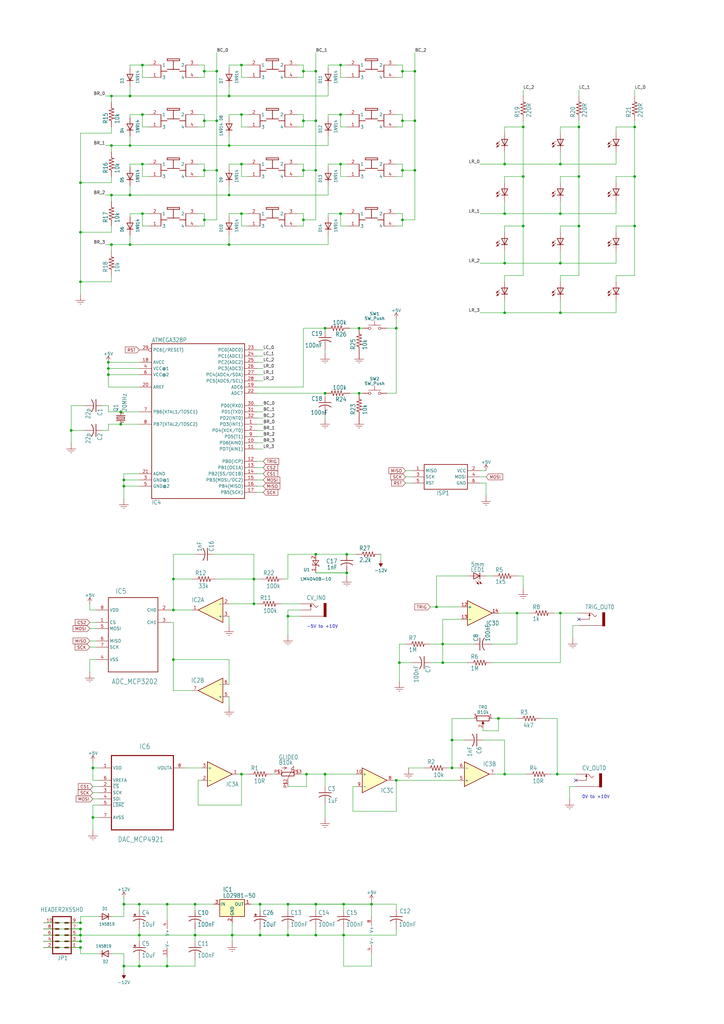
<source format=kicad_sch>
(kicad_sch (version 20230121) (generator eeschema)
  (paper "A3" portrait)
  (title_block (title "Quanto - CV Quantizer") (date "2023-06-19") (rev "4.0"))
  (junction (at 29.21 176.53))
  (junction (at 99.06 67.31))
  (junction (at 99.06 317.5))
  (junction (at 80.01 370.84))
  (junction (at 99.06 26.67))
  (junction (at 53.34 39.37))
  (junction (at 170.18 49.53))
  (junction (at 38.1 335.28))
  (junction (at 58.42 87.63))
  (junction (at 185.42 303.53))
  (junction (at 229.87 251.46))
  (junction (at 93.98 80.01))
  (junction (at 207.01 128.27))
  (junction (at 229.87 128.27))
  (junction (at 133.35 161.29))
  (junction (at 99.06 87.63))
  (junction (at 165.1 69.85))
  (junction (at 45.72 39.37))
  (junction (at 237.49 92.71))
  (junction (at 99.06 46.99))
  (junction (at 45.72 59.69))
  (junction (at 93.98 39.37))
  (junction (at 129.54 383.54))
  (junction (at 88.9 49.53))
  (junction (at 118.11 252.73))
  (junction (at 214.63 52.07))
  (junction (at 142.24 227.33))
  (junction (at 147.32 161.29))
  (junction (at 33.02 383.54))
  (junction (at 170.18 29.21))
  (junction (at 33.02 388.62))
  (junction (at 104.14 247.65))
  (junction (at 106.68 370.84))
  (junction (at 83.82 69.85))
  (junction (at 83.82 29.21))
  (junction (at 139.7 67.31))
  (junction (at 133.35 134.62))
  (junction (at 68.58 396.24))
  (junction (at 50.8 396.24))
  (junction (at 162.56 134.62))
  (junction (at 57.15 383.54))
  (junction (at 58.42 26.67))
  (junction (at 53.34 80.01))
  (junction (at 44.45 148.59))
  (junction (at 38.1 314.96))
  (junction (at 83.82 90.17))
  (junction (at 140.97 383.54))
  (junction (at 118.11 370.84))
  (junction (at 129.54 49.53))
  (junction (at 88.9 29.21))
  (junction (at 129.54 227.33))
  (junction (at 93.98 100.33))
  (junction (at 33.02 115.57))
  (junction (at 33.02 95.25))
  (junction (at 49.53 168.91))
  (junction (at 124.46 90.17))
  (junction (at 129.54 370.84))
  (junction (at 33.02 381))
  (junction (at 58.42 46.99))
  (junction (at 139.7 26.67))
  (junction (at 71.12 237.49))
  (junction (at 45.72 80.01))
  (junction (at 214.63 72.39))
  (junction (at 33.02 74.93))
  (junction (at 142.24 234.95))
  (junction (at 139.7 87.63))
  (junction (at 124.46 29.21))
  (junction (at 50.8 370.84))
  (junction (at 237.49 52.07))
  (junction (at 58.42 67.31))
  (junction (at 44.45 151.13))
  (junction (at 181.61 271.78))
  (junction (at 33.02 378.46))
  (junction (at 71.12 250.19))
  (junction (at 207.01 67.31))
  (junction (at 49.53 173.99))
  (junction (at 139.7 46.99))
  (junction (at 129.54 29.21))
  (junction (at 165.1 29.21))
  (junction (at 147.32 134.62))
  (junction (at 179.07 248.92))
  (junction (at 185.42 314.96))
  (junction (at 124.46 69.85))
  (junction (at 44.45 153.67))
  (junction (at 88.9 69.85))
  (junction (at 124.46 49.53))
  (junction (at 181.61 264.16))
  (junction (at 207.01 317.5))
  (junction (at 228.6 317.5))
  (junction (at 152.4 370.84))
  (junction (at 83.82 49.53))
  (junction (at 165.1 90.17))
  (junction (at 80.01 383.54))
  (junction (at 57.15 370.84))
  (junction (at 53.34 59.69))
  (junction (at 50.8 199.39))
  (junction (at 106.68 383.54))
  (junction (at 229.87 67.31))
  (junction (at 229.87 87.63))
  (junction (at 207.01 87.63))
  (junction (at 212.09 251.46))
  (junction (at 125.73 317.5))
  (junction (at 104.14 237.49))
  (junction (at 68.58 370.84))
  (junction (at 260.35 52.07))
  (junction (at 71.12 270.51))
  (junction (at 163.83 271.78))
  (junction (at 165.1 49.53))
  (junction (at 133.35 317.5))
  (junction (at 162.56 320.04))
  (junction (at 50.8 196.85))
  (junction (at 118.11 383.54))
  (junction (at 237.49 72.39))
  (junction (at 214.63 92.71))
  (junction (at 129.54 69.85))
  (junction (at 204.47 294.64))
  (junction (at 45.72 100.33))
  (junction (at 229.87 107.95))
  (junction (at 140.97 370.84))
  (junction (at 207.01 107.95))
  (junction (at 95.25 383.54))
  (junction (at 53.34 100.33))
  (junction (at 260.35 72.39))
  (junction (at 260.35 92.71))
  (junction (at 170.18 69.85))
  (junction (at 93.98 59.69))
  (junction (at 57.15 396.24))
  (junction (at 33.02 386.08))
  (no_connect (at 236.22 320.04))
  (no_connect (at 237.49 254))
  (wire (pts (xy 181.61 271.78) (xy 176.53 271.78)) (stroke (width 0.1524)))
  (wire (pts (xy 45.72 92.71) (xy 45.72 95.25)) (stroke (width 0.1524)))
  (wire (pts (xy 142.24 52.07) (xy 139.7 52.07)) (stroke (width 0.1524)))
  (wire (pts (xy 139.7 46.99) (xy 134.62 46.99)) (stroke (width 0.1524)))
  (wire (pts (xy 185.42 303.53) (xy 185.42 314.96)) (stroke (width 0.1524)))
  (wire (pts (xy 124.46 29.21) (xy 129.54 29.21)) (stroke (width 0.1524)))
  (wire (pts (xy 57.15 396.24) (xy 57.15 393.7)) (stroke (width 0.1524)))
  (wire (pts (xy 105.41 189.23) (xy 107.95 189.23)) (stroke (width 0.1524)))
  (wire (pts (xy 181.61 264.16) (xy 181.61 271.78)) (stroke (width 0.1524)))
  (wire (pts (xy 93.98 35.56) (xy 93.98 39.37)) (stroke (width 0.1524)))
  (wire (pts (xy 71.12 270.51) (xy 93.98 270.51)) (stroke (width 0.1524)))
  (wire (pts (xy 45.72 100.33) (xy 45.72 102.87)) (stroke (width 0.1524)))
  (wire (pts (xy 104.14 227.33) (xy 104.14 237.49)))
  (wire (pts (xy 207.01 303.53) (xy 207.01 317.5)) (stroke (width 0.1524)))
  (wire (pts (xy 53.34 100.33) (xy 93.98 100.33)) (stroke (width 0.1524)))
  (wire (pts (xy 144.78 332.74) (xy 162.56 332.74)) (stroke (width 0.1524)))
  (wire (pts (xy 39.37 262.89) (xy 36.83 262.89)) (stroke (width 0.1524)))
  (wire (pts (xy 80.01 396.24) (xy 80.01 393.7)) (stroke (width 0.1524)))
  (wire (pts (xy 45.72 52.07) (xy 45.72 54.61)) (stroke (width 0.1524)))
  (wire (pts (xy 93.98 87.63) (xy 93.98 88.9)) (stroke (width 0.1524)))
  (wire (pts (xy 165.1 49.53) (xy 170.18 49.53)) (stroke (width 0.1524)))
  (wire (pts (xy 83.82 69.85) (xy 83.82 72.39)) (stroke (width 0.1524)))
  (wire (pts (xy 45.72 39.37) (xy 45.72 41.91)) (stroke (width 0.1524)))
  (wire (pts (xy 199.39 198.12) (xy 199.39 203.2)) (stroke (width 0.1524)))
  (wire (pts (xy 139.7 67.31) (xy 142.24 67.31)) (stroke (width 0.1524)))
  (wire (pts (xy 158.75 134.62) (xy 162.56 134.62)))
  (wire (pts (xy 129.54 90.17) (xy 124.46 90.17)) (stroke (width 0.1524)))
  (wire (pts (xy 260.35 92.71) (xy 260.35 72.39)) (stroke (width 0.1524)))
  (wire (pts (xy 124.46 72.39) (xy 121.92 72.39)) (stroke (width 0.1524)))
  (wire (pts (xy 45.72 39.37) (xy 43.18 39.37)) (stroke (width 0.1524)))
  (wire (pts (xy 71.12 270.51) (xy 71.12 283.21)))
  (wire (pts (xy 99.06 67.31) (xy 93.98 67.31)) (stroke (width 0.1524)))
  (wire (pts (xy 33.02 378.46) (xy 33.02 375.92)) (stroke (width 0.1524)))
  (wire (pts (xy 99.06 87.63) (xy 93.98 87.63)) (stroke (width 0.1524)))
  (wire (pts (xy 204.47 294.64) (xy 204.47 299.72)))
  (wire (pts (xy 133.35 134.62) (xy 133.35 135.89)))
  (wire (pts (xy 229.87 251.46) (xy 227.33 251.46)) (stroke (width 0.1524)))
  (wire (pts (xy 229.87 128.27) (xy 229.87 123.19)) (stroke (width 0.1524)))
  (wire (pts (xy 148.59 134.62) (xy 147.32 134.62)))
  (wire (pts (xy 53.34 35.56) (xy 53.34 39.37)) (stroke (width 0.1524)))
  (wire (pts (xy 162.56 67.31) (xy 165.1 67.31)) (stroke (width 0.1524)))
  (wire (pts (xy 207.01 107.95) (xy 196.85 107.95)) (stroke (width 0.1524)))
  (wire (pts (xy 226.06 317.5) (xy 228.6 317.5)) (stroke (width 0.1524)))
  (wire (pts (xy 133.35 143.51) (xy 133.35 144.78)))
  (wire (pts (xy 105.41 201.93) (xy 107.95 201.93)) (stroke (width 0.1524)))
  (wire (pts (xy 229.87 251.46) (xy 237.49 251.46)) (stroke (width 0.1524)))
  (wire (pts (xy 99.06 26.67) (xy 93.98 26.67)) (stroke (width 0.1524)))
  (wire (pts (xy 207.01 72.39) (xy 214.63 72.39)) (stroke (width 0.1524)))
  (wire (pts (xy 214.63 52.07) (xy 214.63 72.39)) (stroke (width 0.1524)))
  (wire (pts (xy 152.4 369.57) (xy 152.4 370.84)) (stroke (width 0.1524)))
  (wire (pts (xy 45.72 59.69) (xy 43.18 59.69)) (stroke (width 0.1524)))
  (wire (pts (xy 45.72 80.01) (xy 45.72 82.55)) (stroke (width 0.1524)))
  (wire (pts (xy 45.72 375.92) (xy 50.8 375.92)) (stroke (width 0.1524)))
  (wire (pts (xy 57.15 168.91) (xy 49.53 168.91)) (stroke (width 0.1524)))
  (wire (pts (xy 129.54 383.54) (xy 129.54 381)) (stroke (width 0.1524)))
  (wire (pts (xy 53.34 26.67) (xy 53.34 27.94)) (stroke (width 0.1524)))
  (wire (pts (xy 93.98 80.01) (xy 134.62 80.01)) (stroke (width 0.1524)))
  (wire (pts (xy 71.12 255.27) (xy 69.85 255.27)))
  (wire (pts (xy 105.41 171.45) (xy 107.95 171.45)) (stroke (width 0.1524)))
  (wire (pts (xy 93.98 100.33) (xy 93.98 96.52)) (stroke (width 0.1524)))
  (wire (pts (xy 45.72 72.39) (xy 45.72 74.93)) (stroke (width 0.1524)))
  (wire (pts (xy 80.01 383.54) (xy 95.25 383.54)) (stroke (width 0.1524)))
  (wire (pts (xy 53.34 59.69) (xy 93.98 59.69)) (stroke (width 0.1524)))
  (wire (pts (xy 124.46 69.85) (xy 124.46 72.39)) (stroke (width 0.1524)))
  (wire (pts (xy 81.28 330.2) (xy 99.06 330.2)) (stroke (width 0.1524)))
  (wire (pts (xy 80.01 227.33) (xy 71.12 227.33)))
  (wire (pts (xy 162.56 370.84) (xy 152.4 370.84)) (stroke (width 0.1524)))
  (wire (pts (xy 129.54 234.95) (xy 142.24 234.95)))
  (wire (pts (xy 229.87 67.31) (xy 229.87 62.23)) (stroke (width 0.1524)))
  (wire (pts (xy 44.45 148.59) (xy 57.15 148.59)) (stroke (width 0.1524)))
  (wire (pts (xy 39.37 270.51) (xy 36.83 270.51)) (stroke (width 0.1524)))
  (wire (pts (xy 168.91 271.78) (xy 163.83 271.78)) (stroke (width 0.1524)))
  (wire (pts (xy 237.49 52.07) (xy 237.49 72.39)) (stroke (width 0.1524)))
  (wire (pts (xy 60.96 31.75) (xy 58.42 31.75)) (stroke (width 0.1524)))
  (wire (pts (xy 88.9 237.49) (xy 104.14 237.49)) (stroke (width 0.1524)))
  (wire (pts (xy 40.64 320.04) (xy 38.1 320.04)))
  (wire (pts (xy 93.98 59.69) (xy 134.62 59.69)) (stroke (width 0.1524)))
  (wire (pts (xy 93.98 59.69) (xy 93.98 55.88)) (stroke (width 0.1524)))
  (wire (pts (xy 214.63 72.39) (xy 214.63 92.71)) (stroke (width 0.1524)))
  (wire (pts (xy 121.92 46.99) (xy 124.46 46.99)) (stroke (width 0.1524)))
  (wire (pts (xy 229.87 67.31) (xy 252.73 67.31)) (stroke (width 0.1524)))
  (wire (pts (xy 39.37 255.27) (xy 36.83 255.27)) (stroke (width 0.1524)))
  (wire (pts (xy 124.46 52.07) (xy 121.92 52.07)) (stroke (width 0.1524)))
  (wire (pts (xy 165.1 69.85) (xy 170.18 69.85)) (stroke (width 0.1524)))
  (wire (pts (xy 106.68 370.84) (xy 106.68 373.38)) (stroke (width 0.1524)))
  (wire (pts (xy 29.21 176.53) (xy 29.21 181.61)) (stroke (width 0.1524)))
  (wire (pts (xy 93.98 270.51) (xy 93.98 280.67)) (stroke (width 0.1524)))
  (wire (pts (xy 201.93 271.78) (xy 229.87 271.78)) (stroke (width 0.1524)))
  (wire (pts (xy 29.21 176.53) (xy 34.29 176.53)) (stroke (width 0.1524)))
  (wire (pts (xy 165.1 46.99) (xy 165.1 49.53)) (stroke (width 0.1524)))
  (wire (pts (xy 125.73 317.5) (xy 123.19 317.5)) (stroke (width 0.1524)))
  (wire (pts (xy 229.87 74.93) (xy 229.87 72.39)) (stroke (width 0.1524)))
  (wire (pts (xy 57.15 194.31) (xy 50.8 194.31)) (stroke (width 0.1524)))
  (wire (pts (xy 17.78 388.62) (xy 33.02 388.62)) (stroke (width 0.1524)))
  (wire (pts (xy 118.11 237.49) (xy 116.84 237.49)))
  (wire (pts (xy 163.83 271.78) (xy 163.83 264.16)) (stroke (width 0.1524)))
  (wire (pts (xy 260.35 39.37) (xy 260.35 36.83)) (stroke (width 0.1524)))
  (wire (pts (xy 104.14 247.65) (xy 105.41 247.65)))
  (wire (pts (xy 121.92 26.67) (xy 124.46 26.67)) (stroke (width 0.1524)))
  (wire (pts (xy 105.41 161.29) (xy 133.35 161.29)))
  (wire (pts (xy 237.49 256.54) (xy 234.95 256.54)) (stroke (width 0.1524)))
  (wire (pts (xy 40.64 325.12) (xy 38.1 325.12)) (stroke (width 0.1524)))
  (wire (pts (xy 129.54 370.84) (xy 129.54 373.38)) (stroke (width 0.1524)))
  (wire (pts (xy 38.1 314.96) (xy 38.1 312.42)) (stroke (width 0.1524)))
  (wire (pts (xy 207.01 107.95) (xy 229.87 107.95)) (stroke (width 0.1524)))
  (wire (pts (xy 33.02 381) (xy 30.48 381)))
  (wire (pts (xy 212.09 264.16) (xy 201.93 264.16)) (stroke (width 0.1524)))
  (wire (pts (xy 99.06 46.99) (xy 101.6 46.99)) (stroke (width 0.1524)))
  (wire (pts (xy 163.83 271.78) (xy 163.83 279.4)) (stroke (width 0.1524)))
  (wire (pts (xy 181.61 254) (xy 181.61 264.16)) (stroke (width 0.1524)))
  (wire (pts (xy 104.14 237.49) (xy 106.68 237.49)))
  (wire (pts (xy 229.87 107.95) (xy 229.87 102.87)) (stroke (width 0.1524)))
  (wire (pts (xy 80.01 373.38) (xy 80.01 370.84)) (stroke (width 0.1524)))
  (wire (pts (xy 185.42 294.64) (xy 193.04 294.64)) (stroke (width 0.1524)))
  (wire (pts (xy 133.35 335.28) (xy 133.35 330.2)) (stroke (width 0.1524)))
  (wire (pts (xy 118.11 227.33) (xy 129.54 227.33)))
  (wire (pts (xy 60.96 396.24) (xy 68.58 396.24)))
  (wire (pts (xy 124.46 92.71) (xy 121.92 92.71)) (stroke (width 0.1524)))
  (wire (pts (xy 45.72 391.16) (xy 50.8 391.16)) (stroke (width 0.1524)))
  (wire (pts (xy 199.39 236.22) (xy 201.93 236.22)) (stroke (width 0.1524)))
  (wire (pts (xy 33.02 375.92) (xy 40.64 375.92)) (stroke (width 0.1524)))
  (wire (pts (xy 133.35 317.5) (xy 146.05 317.5)))
  (wire (pts (xy 99.06 52.07) (xy 99.06 46.99)) (stroke (width 0.1524)))
  (wire (pts (xy 170.18 29.21) (xy 170.18 49.53)) (stroke (width 0.1524)))
  (wire (pts (xy 229.87 128.27) (xy 252.73 128.27)) (stroke (width 0.1524)))
  (wire (pts (xy 57.15 370.84) (xy 68.58 370.84)) (stroke (width 0.1524)))
  (wire (pts (xy 144.78 322.58) (xy 144.78 332.74)) (stroke (width 0.1524)))
  (wire (pts (xy 142.24 92.71) (xy 139.7 92.71)) (stroke (width 0.1524)))
  (wire (pts (xy 139.7 46.99) (xy 142.24 46.99)) (stroke (width 0.1524)))
  (wire (pts (xy 134.62 67.31) (xy 134.62 68.58)) (stroke (width 0.1524)))
  (wire (pts (xy 44.45 168.91) (xy 44.45 166.37)) (stroke (width 0.1524)))
  (wire (pts (xy 57.15 158.75) (xy 44.45 158.75)))
  (wire (pts (xy 17.78 383.54) (xy 33.02 383.54)) (stroke (width 0.1524)))
  (wire (pts (xy 204.47 251.46) (xy 212.09 251.46)) (stroke (width 0.1524)))
  (wire (pts (xy 49.53 168.91) (xy 44.45 168.91)) (stroke (width 0.1524)))
  (wire (pts (xy 78.74 237.49) (xy 71.12 237.49)) (stroke (width 0.1524)))
  (wire (pts (xy 207.01 115.57) (xy 207.01 113.03)) (stroke (width 0.1524)))
  (wire (pts (xy 191.77 271.78) (xy 181.61 271.78)) (stroke (width 0.1524)))
  (wire (pts (xy 58.42 52.07) (xy 58.42 46.99)) (stroke (width 0.1524)))
  (wire (pts (xy 179.07 248.92) (xy 189.23 248.92)) (stroke (width 0.1524)))
  (wire (pts (xy 152.4 370.84) (xy 140.97 370.84)) (stroke (width 0.1524)))
  (wire (pts (xy 95.25 383.54) (xy 95.25 386.08)) (stroke (width 0.1524)))
  (wire (pts (xy 60.96 92.71) (xy 58.42 92.71)) (stroke (width 0.1524)))
  (wire (pts (xy 229.87 87.63) (xy 229.87 82.55)) (stroke (width 0.1524)))
  (wire (pts (xy 233.68 322.58) (xy 233.68 327.66)) (stroke (width 0.1524)))
  (wire (pts (xy 39.37 250.19) (xy 36.83 250.19)) (stroke (width 0.1524)))
  (wire (pts (xy 105.41 191.77) (xy 107.95 191.77)) (stroke (width 0.1524)))
  (wire (pts (xy 40.64 322.58) (xy 38.1 322.58)) (stroke (width 0.1524)))
  (wire (pts (xy 152.4 370.84) (xy 152.4 375.92)))
  (wire (pts (xy 38.1 335.28) (xy 38.1 340.36)) (stroke (width 0.1524)))
  (wire (pts (xy 99.06 26.67) (xy 101.6 26.67)) (stroke (width 0.1524)))
  (wire (pts (xy 83.82 87.63) (xy 83.82 90.17)) (stroke (width 0.1524)))
  (wire (pts (xy 142.24 31.75) (xy 139.7 31.75)) (stroke (width 0.1524)))
  (wire (pts (xy 45.72 100.33) (xy 43.18 100.33)) (stroke (width 0.1524)))
  (wire (pts (xy 124.46 31.75) (xy 121.92 31.75)) (stroke (width 0.1524)))
  (wire (pts (xy 228.6 317.5) (xy 228.6 294.64)) (stroke (width 0.1524)))
  (wire (pts (xy 58.42 26.67) (xy 60.96 26.67)) (stroke (width 0.1524)))
  (wire (pts (xy 162.56 332.74) (xy 162.56 320.04)) (stroke (width 0.1524)))
  (wire (pts (xy 33.02 74.93) (xy 33.02 95.25)) (stroke (width 0.1524)))
  (wire (pts (xy 106.68 370.84) (xy 102.87 370.84)) (stroke (width 0.1524)))
  (wire (pts (xy 125.73 322.58) (xy 125.73 317.5)) (stroke (width 0.1524)))
  (wire (pts (xy 187.96 314.96) (xy 185.42 314.96)) (stroke (width 0.1524)))
  (wire (pts (xy 123.19 252.73) (xy 118.11 252.73)) (stroke (width 0.1524)))
  (wire (pts (xy 260.35 113.03) (xy 260.35 92.71)) (stroke (width 0.1524)))
  (wire (pts (xy 105.41 143.51) (xy 107.95 143.51)) (stroke (width 0.1524)))
  (wire (pts (xy 93.98 285.75) (xy 93.98 289.56)) (stroke (width 0.1524)))
  (wire (pts (xy 207.01 113.03) (xy 214.63 113.03)) (stroke (width 0.1524)))
  (wire (pts (xy 33.02 115.57) (xy 45.72 115.57)) (stroke (width 0.1524)))
  (wire (pts (xy 81.28 320.04) (xy 82.55 320.04)) (stroke (width 0.1524)))
  (wire (pts (xy 33.02 388.62) (xy 30.48 388.62)))
  (wire (pts (xy 101.6 31.75) (xy 99.06 31.75)) (stroke (width 0.1524)))
  (wire (pts (xy 165.1 52.07) (xy 162.56 52.07)) (stroke (width 0.1524)))
  (wire (pts (xy 229.87 87.63) (xy 252.73 87.63)) (stroke (width 0.1524)))
  (wire (pts (xy 39.37 257.81) (xy 36.83 257.81)) (stroke (width 0.1524)))
  (wire (pts (xy 129.54 227.33) (xy 142.24 227.33)))
  (wire (pts (xy 252.73 52.07) (xy 260.35 52.07)) (stroke (width 0.1524)))
  (wire (pts (xy 123.19 250.19) (xy 118.11 250.19)) (stroke (width 0.1524)))
  (wire (pts (xy 53.34 46.99) (xy 53.34 48.26)) (stroke (width 0.1524)))
  (wire (pts (xy 252.73 113.03) (xy 260.35 113.03)) (stroke (width 0.1524)))
  (wire (pts (xy 50.8 396.24) (xy 50.8 398.78)) (stroke (width 0.1524)))
  (wire (pts (xy 152.4 396.24) (xy 140.97 396.24)))
  (wire (pts (xy 105.41 158.75) (xy 124.46 158.75)))
  (wire (pts (xy 105.41 148.59) (xy 107.95 148.59)) (stroke (width 0.1524)))
  (wire (pts (xy 53.34 67.31) (xy 53.34 68.58)) (stroke (width 0.1524)))
  (wire (pts (xy 34.29 166.37) (xy 29.21 166.37)) (stroke (width 0.1524)))
  (wire (pts (xy 97.79 317.5) (xy 99.06 317.5)) (stroke (width 0.1524)))
  (wire (pts (xy 53.34 80.01) (xy 93.98 80.01)) (stroke (width 0.1524)))
  (wire (pts (xy 124.46 26.67) (xy 124.46 29.21)) (stroke (width 0.1524)))
  (wire (pts (xy 83.82 72.39) (xy 81.28 72.39)) (stroke (width 0.1524)))
  (wire (pts (xy 124.46 49.53) (xy 129.54 49.53)) (stroke (width 0.1524)))
  (wire (pts (xy 88.9 29.21) (xy 88.9 21.59)) (stroke (width 0.1524)))
  (wire (pts (xy 229.87 115.57) (xy 229.87 113.03)) (stroke (width 0.1524)))
  (wire (pts (xy 203.2 317.5) (xy 207.01 317.5)))
  (wire (pts (xy 252.73 87.63) (xy 252.73 82.55)) (stroke (width 0.1524)))
  (wire (pts (xy 53.34 87.63) (xy 53.34 88.9)) (stroke (width 0.1524)))
  (wire (pts (xy 133.35 317.5) (xy 133.35 322.58)) (stroke (width 0.1524)))
  (wire (pts (xy 129.54 234.95) (xy 142.24 234.95)) (stroke (width 0.1524)))
  (wire (pts (xy 29.21 166.37) (xy 29.21 176.53)) (stroke (width 0.1524)))
  (wire (pts (xy 124.46 69.85) (xy 129.54 69.85)) (stroke (width 0.1524)))
  (wire (pts (xy 58.42 46.99) (xy 53.34 46.99)) (stroke (width 0.1524)))
  (wire (pts (xy 181.61 264.16) (xy 176.53 264.16)) (stroke (width 0.1524)))
  (wire (pts (xy 161.29 320.04) (xy 162.56 320.04)) (stroke (width 0.1524)))
  (wire (pts (xy 214.63 236.22) (xy 214.63 241.3)) (stroke (width 0.1524)))
  (wire (pts (xy 71.12 270.51) (xy 71.12 283.21)) (stroke (width 0.1524)))
  (wire (pts (xy 45.72 80.01) (xy 43.18 80.01)) (stroke (width 0.1524)))
  (wire (pts (xy 73.66 396.24) (xy 80.01 396.24)) (stroke (width 0.1524)))
  (wire (pts (xy 50.8 396.24) (xy 57.15 396.24)) (stroke (width 0.1524)))
  (wire (pts (xy 83.82 31.75) (xy 81.28 31.75)) (stroke (width 0.1524)))
  (wire (pts (xy 95.25 383.54) (xy 106.68 383.54)) (stroke (width 0.1524)))
  (wire (pts (xy 101.6 92.71) (xy 99.06 92.71)) (stroke (width 0.1524)))
  (wire (pts (xy 129.54 49.53) (xy 129.54 69.85)) (stroke (width 0.1524)))
  (wire (pts (xy 99.06 87.63) (xy 101.6 87.63)) (stroke (width 0.1524)))
  (wire (pts (xy 81.28 67.31) (xy 83.82 67.31)) (stroke (width 0.1524)))
  (wire (pts (xy 252.73 107.95) (xy 252.73 102.87)) (stroke (width 0.1524)))
  (wire (pts (xy 165.1 67.31) (xy 165.1 69.85)) (stroke (width 0.1524)))
  (wire (pts (xy 252.73 54.61) (xy 252.73 52.07)) (stroke (width 0.1524)))
  (wire (pts (xy 144.78 322.58) (xy 146.05 322.58)) (stroke (width 0.1524)))
  (wire (pts (xy 207.01 102.87) (xy 207.01 107.95)) (stroke (width 0.1524)))
  (wire (pts (xy 81.28 87.63) (xy 83.82 87.63)) (stroke (width 0.1524)))
  (wire (pts (xy 45.72 115.57) (xy 45.72 113.03)) (stroke (width 0.1524)))
  (wire (pts (xy 68.58 377.19) (xy 68.58 370.84)) (stroke (width 0.1524)))
  (wire (pts (xy 71.12 283.21) (xy 78.74 283.21)) (stroke (width 0.1524)))
  (wire (pts (xy 33.02 378.46) (xy 30.48 378.46)))
  (wire (pts (xy 229.87 95.25) (xy 229.87 92.71)) (stroke (width 0.1524)))
  (wire (pts (xy 36.83 270.51) (xy 36.83 275.59)) (stroke (width 0.1524)))
  (wire (pts (xy 234.95 256.54) (xy 234.95 261.62)) (stroke (width 0.1524)))
  (wire (pts (xy 162.56 26.67) (xy 165.1 26.67)) (stroke (width 0.1524)))
  (wire (pts (xy 77.47 314.96) (xy 76.2 314.96)) (stroke (width 0.1524)))
  (wire (pts (xy 50.8 370.84) (xy 50.8 368.3)) (stroke (width 0.1524)))
  (wire (pts (xy 58.42 87.63) (xy 53.34 87.63)) (stroke (width 0.1524)))
  (wire (pts (xy 33.02 388.62) (xy 33.02 391.16)) (stroke (width 0.1524)))
  (wire (pts (xy 252.73 67.31) (xy 252.73 62.23)) (stroke (width 0.1524)))
  (wire (pts (xy 139.7 26.67) (xy 134.62 26.67)) (stroke (width 0.1524)))
  (wire (pts (xy 33.02 391.16) (xy 40.64 391.16)) (stroke (width 0.1524)))
  (wire (pts (xy 179.07 236.22) (xy 179.07 248.92)) (stroke (width 0.1524)))
  (wire (pts (xy 124.46 67.31) (xy 124.46 69.85)) (stroke (width 0.1524)))
  (wire (pts (xy 152.4 370.84) (xy 140.97 370.84)))
  (wire (pts (xy 44.45 158.75) (xy 44.45 153.67)))
  (wire (pts (xy 83.82 49.53) (xy 88.9 49.53)) (stroke (width 0.1524)))
  (wire (pts (xy 33.02 383.54) (xy 30.48 383.54)))
  (wire (pts (xy 179.07 248.92) (xy 176.53 248.92)) (stroke (width 0.1524)))
  (wire (pts (xy 93.98 100.33) (xy 134.62 100.33)) (stroke (width 0.1524)))
  (wire (pts (xy 207.01 92.71) (xy 214.63 92.71)) (stroke (width 0.1524)))
  (wire (pts (xy 207.01 67.31) (xy 196.85 67.31)) (stroke (width 0.1524)))
  (wire (pts (xy 33.02 115.57) (xy 33.02 120.65)) (stroke (width 0.1524)))
  (wire (pts (xy 212.09 236.22) (xy 214.63 236.22)) (stroke (width 0.1524)))
  (wire (pts (xy 139.7 26.67) (xy 142.24 26.67)) (stroke (width 0.1524)))
  (wire (pts (xy 204.47 294.64) (xy 212.09 294.64)) (stroke (width 0.1524)))
  (wire (pts (xy 50.8 199.39) (xy 50.8 204.47)) (stroke (width 0.1524)))
  (wire (pts (xy 93.98 80.01) (xy 93.98 76.2)) (stroke (width 0.1524)))
  (wire (pts (xy 124.46 134.62) (xy 124.46 158.75)))
  (wire (pts (xy 105.41 156.21) (xy 107.95 156.21)) (stroke (width 0.1524)))
  (wire (pts (xy 33.02 381) (xy 33.02 383.54)) (stroke (width 0.1524)))
  (wire (pts (xy 198.12 299.72) (xy 204.47 299.72)))
  (wire (pts (xy 99.06 72.39) (xy 99.06 67.31)) (stroke (width 0.1524)))
  (wire (pts (xy 229.87 52.07) (xy 237.49 52.07)) (stroke (width 0.1524)))
  (wire (pts (xy 50.8 370.84) (xy 57.15 370.84)) (stroke (width 0.1524)))
  (wire (pts (xy 68.58 392.43) (xy 68.58 396.24)))
  (wire (pts (xy 38.1 330.2) (xy 38.1 335.28)) (stroke (width 0.1524)))
  (wire (pts (xy 207.01 128.27) (xy 196.85 128.27)) (stroke (width 0.1524)))
  (wire (pts (xy 17.78 381) (xy 33.02 381)) (stroke (width 0.1524)))
  (wire (pts (xy 124.46 46.99) (xy 124.46 49.53)) (stroke (width 0.1524)))
  (wire (pts (xy 68.58 370.84) (xy 80.01 370.84)) (stroke (width 0.1524)))
  (wire (pts (xy 252.73 74.93) (xy 252.73 72.39)) (stroke (width 0.1524)))
  (wire (pts (xy 124.46 90.17) (xy 124.46 92.71)) (stroke (width 0.1524)))
  (wire (pts (xy 99.06 317.5) (xy 101.6 317.5)) (stroke (width 0.1524)))
  (wire (pts (xy 252.73 95.25) (xy 252.73 92.71)) (stroke (width 0.1524)))
  (wire (pts (xy 207.01 87.63) (xy 196.85 87.63)) (stroke (width 0.1524)))
  (wire (pts (xy 118.11 227.33) (xy 118.11 237.49)))
  (wire (pts (xy 105.41 146.05) (xy 107.95 146.05)) (stroke (width 0.1524)))
  (wire (pts (xy 83.82 46.99) (xy 83.82 49.53)) (stroke (width 0.1524)))
  (wire (pts (xy 105.41 166.37) (xy 107.95 166.37)) (stroke (width 0.1524)))
  (wire (pts (xy 50.8 196.85) (xy 50.8 199.39)) (stroke (width 0.1524)))
  (wire (pts (xy 207.01 95.25) (xy 207.01 92.71)) (stroke (width 0.1524)))
  (wire (pts (xy 207.01 82.55) (xy 207.01 87.63)) (stroke (width 0.1524)))
  (wire (pts (xy 229.87 113.03) (xy 237.49 113.03)) (stroke (width 0.1524)))
  (wire (pts (xy 134.62 39.37) (xy 134.62 35.56)) (stroke (width 0.1524)))
  (wire (pts (xy 80.01 383.54) (xy 80.01 386.08)) (stroke (width 0.1524)))
  (wire (pts (xy 57.15 173.99) (xy 49.53 173.99)) (stroke (width 0.1524)))
  (wire (pts (xy 99.06 31.75) (xy 99.06 26.67)) (stroke (width 0.1524)))
  (wire (pts (xy 147.32 134.62) (xy 143.51 134.62)))
  (wire (pts (xy 193.04 294.64) (xy 194.31 294.64)))
  (wire (pts (xy 88.9 29.21) (xy 88.9 49.53)) (stroke (width 0.1524)))
  (wire (pts (xy 33.02 386.08) (xy 33.02 383.54)) (stroke (width 0.1524)))
  (wire (pts (xy 168.91 195.58) (xy 166.37 195.58)) (stroke (width 0.1524)))
  (wire (pts (xy 93.98 46.99) (xy 93.98 48.26)) (stroke (width 0.1524)))
  (wire (pts (xy 124.46 87.63) (xy 124.46 90.17)) (stroke (width 0.1524)))
  (wire (pts (xy 237.49 52.07) (xy 237.49 49.53)) (stroke (width 0.1524)))
  (wire (pts (xy 93.98 247.65) (xy 104.14 247.65)) (stroke (width 0.1524)))
  (wire (pts (xy 129.54 370.84) (xy 140.97 370.84)))
  (wire (pts (xy 104.14 237.49) (xy 104.14 247.65)) (stroke (width 0.1524)))
  (wire (pts (xy 207.01 74.93) (xy 207.01 72.39)) (stroke (width 0.1524)))
  (wire (pts (xy 165.1 31.75) (xy 162.56 31.75)) (stroke (width 0.1524)))
  (wire (pts (xy 81.28 26.67) (xy 83.82 26.67)) (stroke (width 0.1524)))
  (wire (pts (xy 165.1 29.21) (xy 165.1 31.75)) (stroke (width 0.1524)))
  (wire (pts (xy 124.46 49.53) (xy 124.46 52.07)) (stroke (width 0.1524)))
  (wire (pts (xy 99.06 67.31) (xy 101.6 67.31)) (stroke (width 0.1524)))
  (wire (pts (xy 129.54 383.54) (xy 140.97 383.54)) (stroke (width 0.1524)))
  (wire (pts (xy 50.8 391.16) (xy 50.8 396.24)) (stroke (width 0.1524)))
  (wire (pts (xy 106.68 370.84) (xy 118.11 370.84)))
  (wire (pts (xy 198.12 303.53) (xy 207.01 303.53)) (stroke (width 0.1524)))
  (wire (pts (xy 105.41 151.13) (xy 107.95 151.13)) (stroke (width 0.1524)))
  (wire (pts (xy 53.34 59.69) (xy 45.72 59.69)) (stroke (width 0.1524)))
  (wire (pts (xy 83.82 29.21) (xy 88.9 29.21)) (stroke (width 0.1524)))
  (wire (pts (xy 44.45 151.13) (xy 44.45 148.59)) (stroke (width 0.1524)))
  (wire (pts (xy 83.82 52.07) (xy 81.28 52.07)) (stroke (width 0.1524)))
  (wire (pts (xy 33.02 383.54) (xy 57.15 383.54)) (stroke (width 0.1524)))
  (wire (pts (xy 33.02 54.61) (xy 33.02 74.93)) (stroke (width 0.1524)))
  (wire (pts (xy 71.12 227.33) (xy 71.12 237.49)) (stroke (width 0.1524)))
  (wire (pts (xy 106.68 383.54) (xy 106.68 381)) (stroke (width 0.1524)))
  (wire (pts (xy 33.02 386.08) (xy 30.48 386.08)))
  (wire (pts (xy 152.4 396.24) (xy 152.4 391.16)))
  (wire (pts (xy 198.12 298.45) (xy 198.12 299.72)))
  (wire (pts (xy 93.98 67.31) (xy 93.98 68.58)) (stroke (width 0.1524)))
  (wire (pts (xy 115.57 247.65) (xy 123.19 247.65)))
  (wire (pts (xy 165.1 69.85) (xy 165.1 72.39)) (stroke (width 0.1524)))
  (wire (pts (xy 139.7 52.07) (xy 139.7 46.99)) (stroke (width 0.1524)))
  (wire (pts (xy 53.34 39.37) (xy 93.98 39.37)) (stroke (width 0.1524)))
  (wire (pts (xy 165.1 72.39) (xy 162.56 72.39)) (stroke (width 0.1524)))
  (wire (pts (xy 44.45 153.67) (xy 57.15 153.67)))
  (wire (pts (xy 229.87 72.39) (xy 237.49 72.39)) (stroke (width 0.1524)))
  (wire (pts (xy 93.98 26.67) (xy 93.98 27.94)) (stroke (width 0.1524)))
  (wire (pts (xy 36.83 250.19) (xy 36.83 247.65)) (stroke (width 0.1524)))
  (wire (pts (xy 105.41 194.31) (xy 107.95 194.31)) (stroke (width 0.1524)))
  (wire (pts (xy 83.82 92.71) (xy 81.28 92.71)) (stroke (width 0.1524)))
  (wire (pts (xy 53.34 100.33) (xy 45.72 100.33)) (stroke (width 0.1524)))
  (wire (pts (xy 58.42 87.63) (xy 60.96 87.63)) (stroke (width 0.1524)))
  (wire (pts (xy 58.42 31.75) (xy 58.42 26.67)) (stroke (width 0.1524)))
  (wire (pts (xy 49.53 173.99) (xy 44.45 173.99)) (stroke (width 0.1524)))
  (wire (pts (xy 121.92 87.63) (xy 124.46 87.63)) (stroke (width 0.1524)))
  (wire (pts (xy 134.62 87.63) (xy 134.62 88.9)) (stroke (width 0.1524)))
  (wire (pts (xy 162.56 383.54) (xy 162.56 381)) (stroke (width 0.1524)))
  (wire (pts (xy 139.7 87.63) (xy 134.62 87.63)) (stroke (width 0.1524)))
  (wire (pts (xy 228.6 294.64) (xy 222.25 294.64)) (stroke (width 0.1524)))
  (wire (pts (xy 142.24 72.39) (xy 139.7 72.39)) (stroke (width 0.1524)))
  (wire (pts (xy 71.12 237.49) (xy 71.12 250.19)) (stroke (width 0.1524)))
  (wire (pts (xy 134.62 100.33) (xy 134.62 96.52)) (stroke (width 0.1524)))
  (wire (pts (xy 80.01 381) (xy 80.01 383.54)) (stroke (width 0.1524)))
  (wire (pts (xy 139.7 72.39) (xy 139.7 67.31)) (stroke (width 0.1524)))
  (wire (pts (xy 162.56 130.81) (xy 162.56 134.62)))
  (wire (pts (xy 139.7 67.31) (xy 134.62 67.31)) (stroke (width 0.1524)))
  (wire (pts (xy 101.6 72.39) (xy 99.06 72.39)) (stroke (width 0.1524)))
  (wire (pts (xy 185.42 303.53) (xy 190.5 303.53)) (stroke (width 0.1524)))
  (wire (pts (xy 236.22 322.58) (xy 233.68 322.58)) (stroke (width 0.1524)))
  (wire (pts (xy 95.25 378.46) (xy 95.25 383.54)) (stroke (width 0.1524)))
  (wire (pts (xy 133.35 170.18) (xy 133.35 171.45)))
  (wire (pts (xy 181.61 264.16) (xy 194.31 264.16)) (stroke (width 0.1524)))
  (wire (pts (xy 162.56 46.99) (xy 165.1 46.99)) (stroke (width 0.1524)))
  (wire (pts (xy 105.41 168.91) (xy 107.95 168.91)) (stroke (width 0.1524)))
  (wire (pts (xy 58.42 26.67) (xy 53.34 26.67)) (stroke (width 0.1524)))
  (wire (pts (xy 58.42 92.71) (xy 58.42 87.63)) (stroke (width 0.1524)))
  (wire (pts (xy 139.7 31.75) (xy 139.7 26.67)) (stroke (width 0.1524)))
  (wire (pts (xy 133.35 134.62) (xy 124.46 134.62)))
  (wire (pts (xy 207.01 123.19) (xy 207.01 128.27)) (stroke (width 0.1524)))
  (wire (pts (xy 93.98 39.37) (xy 134.62 39.37)) (stroke (width 0.1524)))
  (wire (pts (xy 17.78 378.46) (xy 33.02 378.46)) (stroke (width 0.1524)))
  (wire (pts (xy 88.9 90.17) (xy 83.82 90.17)) (stroke (width 0.1524)))
  (wire (pts (xy 252.73 115.57) (xy 252.73 113.03)) (stroke (width 0.1524)))
  (wire (pts (xy 101.6 52.07) (xy 99.06 52.07)) (stroke (width 0.1524)))
  (wire (pts (xy 125.73 317.5) (xy 133.35 317.5)))
  (wire (pts (xy 99.06 46.99) (xy 93.98 46.99)) (stroke (width 0.1524)))
  (wire (pts (xy 214.63 52.07) (xy 214.63 49.53)) (stroke (width 0.1524)))
  (wire (pts (xy 81.28 46.99) (xy 83.82 46.99)) (stroke (width 0.1524)))
  (wire (pts (xy 140.97 370.84) (xy 140.97 373.38)) (stroke (width 0.1524)))
  (wire (pts (xy 99.06 92.71) (xy 99.06 87.63)) (stroke (width 0.1524)))
  (wire (pts (xy 181.61 254) (xy 189.23 254)) (stroke (width 0.1524)))
  (wire (pts (xy 165.1 87.63) (xy 165.1 90.17)) (stroke (width 0.1524)))
  (wire (pts (xy 45.72 95.25) (xy 33.02 95.25)) (stroke (width 0.1524)))
  (wire (pts (xy 83.82 29.21) (xy 83.82 31.75)) (stroke (width 0.1524)))
  (wire (pts (xy 40.64 330.2) (xy 38.1 330.2)) (stroke (width 0.1524)))
  (wire (pts (xy 207.01 67.31) (xy 229.87 67.31)) (stroke (width 0.1524)))
  (wire (pts (xy 53.34 96.52) (xy 53.34 100.33)) (stroke (width 0.1524)))
  (wire (pts (xy 168.91 198.12) (xy 166.37 198.12)) (stroke (width 0.1524)))
  (wire (pts (xy 40.64 335.28) (xy 38.1 335.28)) (stroke (width 0.1524)))
  (wire (pts (xy 162.56 383.54) (xy 140.97 383.54)) (stroke (width 0.1524)))
  (wire (pts (xy 191.77 236.22) (xy 179.07 236.22)) (stroke (width 0.1524)))
  (wire (pts (xy 196.85 193.04) (xy 199.39 193.04)) (stroke (width 0.1524)))
  (wire (pts (xy 106.68 383.54) (xy 118.11 383.54)) (stroke (width 0.1524)))
  (wire (pts (xy 93.98 252.73) (xy 93.98 256.54)) (stroke (width 0.1524)))
  (wire (pts (xy 260.35 52.07) (xy 260.35 49.53)) (stroke (width 0.1524)))
  (wire (pts (xy 162.56 134.62) (xy 162.56 161.29)))
  (wire (pts (xy 214.63 39.37) (xy 214.63 36.83)) (stroke (width 0.1524)))
  (wire (pts (xy 207.01 87.63) (xy 229.87 87.63)) (stroke (width 0.1524)))
  (wire (pts (xy 45.72 59.69) (xy 45.72 62.23)) (stroke (width 0.1524)))
  (wire (pts (xy 237.49 39.37) (xy 237.49 36.83)) (stroke (width 0.1524)))
  (wire (pts (xy 196.85 195.58) (xy 199.39 195.58)) (stroke (width 0.1524)))
  (wire (pts (xy 40.64 314.96) (xy 38.1 314.96)) (stroke (width 0.1524)))
  (wire (pts (xy 105.41 176.53) (xy 107.95 176.53)) (stroke (width 0.1524)))
  (wire (pts (xy 165.1 49.53) (xy 165.1 52.07)) (stroke (width 0.1524)))
  (wire (pts (xy 236.22 317.5) (xy 228.6 317.5)) (stroke (width 0.1524)))
  (wire (pts (xy 229.87 92.71) (xy 237.49 92.71)) (stroke (width 0.1524)))
  (wire (pts (xy 165.1 90.17) (xy 165.1 92.71)) (stroke (width 0.1524)))
  (wire (pts (xy 229.87 54.61) (xy 229.87 52.07)) (stroke (width 0.1524)))
  (wire (pts (xy 140.97 383.54) (xy 140.97 381)) (stroke (width 0.1524)))
  (wire (pts (xy 142.24 236.22) (xy 142.24 234.95)))
  (wire (pts (xy 134.62 46.99) (xy 134.62 48.26)) (stroke (width 0.1524)))
  (wire (pts (xy 58.42 67.31) (xy 60.96 67.31)) (stroke (width 0.1524)))
  (wire (pts (xy 129.54 29.21) (xy 129.54 49.53)) (stroke (width 0.1524)))
  (wire (pts (xy 184.15 314.96) (xy 185.42 314.96)))
  (wire (pts (xy 170.18 49.53) (xy 170.18 69.85)) (stroke (width 0.1524)))
  (wire (pts (xy 88.9 69.85) (xy 88.9 90.17)) (stroke (width 0.1524)))
  (wire (pts (xy 77.47 314.96) (xy 82.55 314.96)))
  (wire (pts (xy 57.15 396.24) (xy 60.96 396.24)) (stroke (width 0.1524)))
  (wire (pts (xy 71.12 255.27) (xy 71.12 270.51)))
  (wire (pts (xy 57.15 383.54) (xy 57.15 381)) (stroke (width 0.1524)))
  (wire (pts (xy 53.34 55.88) (xy 53.34 59.69)) (stroke (width 0.1524)))
  (wire (pts (xy 60.96 72.39) (xy 58.42 72.39)) (stroke (width 0.1524)))
  (wire (pts (xy 162.56 320.04) (xy 187.96 320.04)))
  (wire (pts (xy 45.72 74.93) (xy 33.02 74.93)) (stroke (width 0.1524)))
  (wire (pts (xy 17.78 386.08) (xy 33.02 386.08)) (stroke (width 0.1524)))
  (wire (pts (xy 185.42 294.64) (xy 185.42 303.53)) (stroke (width 0.1524)))
  (wire (pts (xy 57.15 383.54) (xy 80.01 383.54)) (stroke (width 0.1524)))
  (wire (pts (xy 105.41 179.07) (xy 107.95 179.07)) (stroke (width 0.1524)))
  (wire (pts (xy 99.06 330.2) (xy 99.06 317.5)) (stroke (width 0.1524)))
  (wire (pts (xy 105.41 196.85) (xy 107.95 196.85)) (stroke (width 0.1524)))
  (wire (pts (xy 58.42 67.31) (xy 53.34 67.31)) (stroke (width 0.1524)))
  (wire (pts (xy 118.11 370.84) (xy 129.54 370.84)) (stroke (width 0.1524)))
  (wire (pts (xy 44.45 151.13) (xy 57.15 151.13)) (stroke (width 0.1524)))
  (wire (pts (xy 71.12 250.19) (xy 78.74 250.19)) (stroke (width 0.1524)))
  (wire (pts (xy 50.8 375.92) (xy 50.8 370.84)) (stroke (width 0.1524)))
  (wire (pts (xy 196.85 198.12) (xy 199.39 198.12)) (stroke (width 0.1524)))
  (wire (pts (xy 167.64 314.96) (xy 173.99 314.96)))
  (wire (pts (xy 156.21 229.87) (xy 156.21 227.33)))
  (wire (pts (xy 170.18 69.85) (xy 170.18 90.17)) (stroke (width 0.1524)))
  (wire (pts (xy 163.83 264.16) (xy 166.37 264.16)) (stroke (width 0.1524)))
  (wire (pts (xy 165.1 29.21) (xy 170.18 29.21)) (stroke (width 0.1524)))
  (wire (pts (xy 57.15 199.39) (xy 50.8 199.39)) (stroke (width 0.1524)))
  (wire (pts (xy 87.63 227.33) (xy 104.14 227.33)))
  (wire (pts (xy 140.97 383.54) (xy 140.97 396.24)))
  (wire (pts (xy 118.11 383.54) (xy 118.11 381)) (stroke (width 0.1524)))
  (wire (pts (xy 50.8 194.31) (xy 50.8 196.85)) (stroke (width 0.1524)))
  (wire (pts (xy 38.1 320.04) (xy 38.1 314.96)))
  (wire (pts (xy 81.28 320.04) (xy 81.28 330.2)) (stroke (width 0.1524)))
  (wire (pts (xy 83.82 49.53) (xy 83.82 52.07)) (stroke (width 0.1524)))
  (wire (pts (xy 58.42 72.39) (xy 58.42 67.31)) (stroke (width 0.1524)))
  (wire (pts (xy 252.73 72.39) (xy 260.35 72.39)) (stroke (width 0.1524)))
  (wire (pts (xy 212.09 251.46) (xy 212.09 264.16)) (stroke (width 0.1524)))
  (wire (pts (xy 39.37 265.43) (xy 36.83 265.43)) (stroke (width 0.1524)))
  (wire (pts (xy 207.01 62.23) (xy 207.01 67.31)) (stroke (width 0.1524)))
  (wire (pts (xy 33.02 95.25) (xy 33.02 115.57)) (stroke (width 0.1524)))
  (wire (pts (xy 83.82 69.85) (xy 88.9 69.85)) (stroke (width 0.1524)))
  (wire (pts (xy 129.54 370.84) (xy 140.97 370.84)) (stroke (width 0.1524)))
  (wire (pts (xy 124.46 29.21) (xy 124.46 31.75)) (stroke (width 0.1524)))
  (wire (pts (xy 237.49 72.39) (xy 237.49 92.71)) (stroke (width 0.1524)))
  (wire (pts (xy 168.91 193.04) (xy 166.37 193.04)) (stroke (width 0.1524)))
  (wire (pts (xy 229.87 107.95) (xy 252.73 107.95)) (stroke (width 0.1524)))
  (wire (pts (xy 252.73 128.27) (xy 252.73 123.19)) (stroke (width 0.1524)))
  (wire (pts (xy 44.45 166.37) (xy 41.91 166.37)) (stroke (width 0.1524)))
  (wire (pts (xy 71.12 250.19) (xy 69.85 250.19)) (stroke (width 0.1524)))
  (wire (pts (xy 105.41 184.15) (xy 107.95 184.15)) (stroke (width 0.1524)))
  (wire (pts (xy 45.72 54.61) (xy 33.02 54.61)) (stroke (width 0.1524)))
  (wire (pts (xy 118.11 383.54) (xy 129.54 383.54)) (stroke (width 0.1524)))
  (wire (pts (xy 260.35 72.39) (xy 260.35 52.07)) (stroke (width 0.1524)))
  (wire (pts (xy 165.1 26.67) (xy 165.1 29.21)) (stroke (width 0.1524)))
  (wire (pts (xy 134.62 26.67) (xy 134.62 27.94)) (stroke (width 0.1524)))
  (wire (pts (xy 83.82 90.17) (xy 83.82 92.71)) (stroke (width 0.1524)))
  (wire (pts (xy 170.18 29.21) (xy 170.18 21.59)) (stroke (width 0.1524)))
  (wire (pts (xy 134.62 59.69) (xy 134.62 55.88)) (stroke (width 0.1524)))
  (wire (pts (xy 139.7 87.63) (xy 142.24 87.63)) (stroke (width 0.1524)))
  (wire (pts (xy 143.51 161.29) (xy 147.32 161.29)))
  (wire (pts (xy 60.96 52.07) (xy 58.42 52.07)) (stroke (width 0.1524)))
  (wire (pts (xy 105.41 173.99) (xy 107.95 173.99)) (stroke (width 0.1524)))
  (wire (pts (xy 57.15 196.85) (xy 50.8 196.85)) (stroke (width 0.1524)))
  (wire (pts (xy 147.32 161.29) (xy 148.59 161.29)))
  (wire (pts (xy 165.1 92.71) (xy 162.56 92.71)) (stroke (width 0.1524)))
  (wire (pts (xy 229.87 271.78) (xy 229.87 251.46)) (stroke (width 0.1524)))
  (wire (pts (xy 88.9 49.53) (xy 88.9 69.85)) (stroke (width 0.1524)))
  (wire (pts (xy 203.2 294.64) (xy 204.47 294.64)) (stroke (width 0.1524)))
  (wire (pts (xy 53.34 39.37) (xy 45.72 39.37)) (stroke (width 0.1524)))
  (wire (pts (xy 207.01 317.5) (xy 215.9 317.5)))
  (wire (pts (xy 111.76 317.5) (xy 113.03 317.5)) (stroke (width 0.1524)))
  (wire (pts (xy 83.82 67.31) (xy 83.82 69.85)) (stroke (width 0.1524)))
  (wire (pts (xy 134.62 80.01) (xy 134.62 76.2)) (stroke (width 0.1524)))
  (wire (pts (xy 142.24 227.33) (xy 146.05 227.33)))
  (wire (pts (xy 170.18 90.17) (xy 165.1 90.17)) (stroke (width 0.1524)))
  (wire (pts (xy 53.34 80.01) (xy 45.72 80.01)) (stroke (width 0.1524)))
  (wire (pts (xy 40.64 327.66) (xy 38.1 327.66)) (stroke (width 0.1524)))
  (wire (pts (xy 212.09 251.46) (xy 217.17 251.46)) (stroke (width 0.1524)))
  (wire (pts (xy 58.42 46.99) (xy 60.96 46.99)) (stroke (width 0.1524)))
  (wire (pts (xy 214.63 92.71) (xy 214.63 113.03)) (stroke (width 0.1524)))
  (wire (pts (xy 252.73 92.71) (xy 260.35 92.71)) (stroke (width 0.1524)))
  (wire (pts (xy 201.93 294.64) (xy 203.2 294.64)))
  (wire (pts (xy 162.56 373.38) (xy 162.56 370.84)) (stroke (width 0.1524)))
  (wire (pts (xy 139.7 92.71) (xy 139.7 87.63)) (stroke (width 0.1524)))
  (wire (pts (xy 57.15 370.84) (xy 57.15 373.38)) (stroke (width 0.1524)))
  (wire (pts (xy 162.56 87.63) (xy 165.1 87.63)) (stroke (width 0.1524)))
  (wire (pts (xy 129.54 29.21) (xy 129.54 21.59)) (stroke (width 0.1524)))
  (wire (pts (xy 118.11 370.84) (xy 118.11 373.38)) (stroke (width 0.1524)))
  (wire (pts (xy 133.35 161.29) (xy 133.35 162.56)))
  (wire (pts (xy 80.01 370.84) (xy 87.63 370.84)) (stroke (width 0.1524)))
  (wire (pts (xy 44.45 153.67) (xy 44.45 151.13)) (stroke (width 0.1524)))
  (wire (pts (xy 44.45 176.53) (xy 41.91 176.53)) (stroke (width 0.1524)))
  (wire (pts (xy 121.92 67.31) (xy 124.46 67.31)) (stroke (width 0.1524)))
  (wire (pts (xy 207.01 54.61) (xy 207.01 52.07)) (stroke (width 0.1524)))
  (wire (pts (xy 162.56 161.29) (xy 158.75 161.29)))
  (wire (pts (xy 68.58 396.24) (xy 73.66 396.24)))
  (wire (pts (xy 105.41 153.67) (xy 107.95 153.67)) (stroke (width 0.1524)))
  (wire (pts (xy 83.82 26.67) (xy 83.82 29.21)) (stroke (width 0.1524)))
  (wire (pts (xy 207.01 52.07) (xy 214.63 52.07)) (stroke (width 0.1524)))
  (wire (pts (xy 44.45 173.99) (xy 44.45 176.53)) (stroke (width 0.1524)))
  (wire (pts (xy 57.15 383.54) (xy 57.15 386.08)) (stroke (width 0.1524)))
  (wire (pts (xy 53.34 76.2) (xy 53.34 80.01)) (stroke (width 0.1524)))
  (wire (pts (xy 105.41 199.39) (xy 107.95 199.39)) (stroke (width 0.1524)))
  (wire (pts (xy 129.54 69.85) (xy 129.54 90.17)) (stroke (width 0.1524)))
  (wire (pts (xy 237.49 92.71) (xy 237.49 113.03)) (stroke (width 0.1524)))
  (wire (pts (xy 105.41 181.61) (xy 107.95 181.61)) (stroke (width 0.1524)))
  (wire (pts (xy 118.11 252.73) (xy 118.11 260.35)) (stroke (width 0.1524)))
  (wire (pts (xy 118.11 370.84) (xy 129.54 370.84)))
  (wire (pts (xy 118.11 250.19) (xy 118.11 252.73)) (stroke (width 0.1524)))
  (wire (pts (xy 118.11 322.58) (xy 125.73 322.58)) (stroke (width 0.1524)))
  (wire (pts (xy 207.01 128.27) (xy 229.87 128.27)) (stroke (width 0.1524)))
  (text "0V to +10V" (at 238.76 327.66 0) (effects (font (size 1.27 1.27)) (justify left bottom)))
  (text "-5V to +10V" (at 125.73 257.81 0) (effects (font (size 1.27 1.27)) (justify left bottom)))
  (label "BC_2" (at 170.18 21.59 0) (effects (font (size 1.2446 1.2446))))
  (label "LC_1" (at 237.49 36.83 0) (effects (font (size 1.2446 1.2446))))
  (label "LR_0" (at 196.85 67.31 180) (effects (font (size 1.2446 1.2446))))
  (label "LR_2" (at 107.95 156.21 0) (effects (font (size 1.2446 1.2446))))
  (label "LR_0" (at 107.95 151.13 0) (effects (font (size 1.2446 1.2446))))
  (label "LC_0" (at 260.35 36.83 0) (effects (font (size 1.2446 1.2446))))
  (label "BR_0" (at 107.95 173.99 0) (effects (font (size 1.2446 1.2446))))
  (label "BR_0" (at 43.18 39.37 180) (effects (font (size 1.2446 1.2446))))
  (label "LR_3" (at 107.95 184.15 0) (effects (font (size 1.2446 1.2446))))
  (label "BC_1" (at 129.54 21.59 0) (effects (font (size 1.2446 1.2446))))
  (label "LR_1" (at 196.85 87.63 180) (effects (font (size 1.2446 1.2446))))
  (label "BC_0" (at 88.9 21.59 0) (effects (font (size 1.2446 1.2446))))
  (label "BR_3" (at 107.95 181.61 0) (effects (font (size 1.2446 1.2446))))
  (label "LC_2" (at 107.95 148.59 0) (effects (font (size 1.2446 1.2446))))
  (label "LR_3" (at 196.85 128.27 180) (effects (font (size 1.2446 1.2446))))
  (label "BR_1" (at 107.95 176.53 0) (effects (font (size 1.2446 1.2446))))
  (label "BR_1" (at 43.18 59.69 180) (effects (font (size 1.2446 1.2446))))
  (label "LR_1" (at 107.95 153.67 0) (effects (font (size 1.2446 1.2446))))
  (label "BR_2" (at 43.18 80.01 180) (effects (font (size 1.2446 1.2446))))
  (label "LC_2" (at 214.63 36.83 0) (effects (font (size 1.2446 1.2446))))
  (label "LR_2" (at 196.85 107.95 180) (effects (font (size 1.2446 1.2446))))
  (label "BC_1" (at 107.95 168.91 0) (effects (font (size 1.2446 1.2446))))
  (label "LC_0" (at 107.95 143.51 0) (effects (font (size 1.2446 1.2446))))
  (label "BR_3" (at 43.18 100.33 180) (effects (font (size 1.2446 1.2446))))
  (label "BR_2" (at 107.95 179.07 0) (effects (font (size 1.2446 1.2446))))
  (label "BC_2" (at 107.95 171.45 0) (effects (font (size 1.2446 1.2446))))
  (label "BC_0" (at 107.95 166.37 0) (effects (font (size 1.2446 1.2446))))
  (label "LC_1" (at 107.95 146.05 0) (effects (font (size 1.2446 1.2446))))
  (global_label "TRIG" (shape input) (at 176.53 248.92 180) (effects (font (size 1.2446 1.2446))) (property "Intersheetrefs" "${INTERSHEET_REFS}" (effects hide)))
  (global_label "SCK" (shape input) (at 166.37 195.58 180) (effects (font (size 1.2446 1.2446))) (property "Intersheetrefs" "${INTERSHEET_REFS}" (effects hide)))
  (global_label "SCK" (shape input) (at 107.95 201.93 0) (effects (font (size 1.2446 1.2446))) (property "Intersheetrefs" "${INTERSHEET_REFS}" (effects hide)))
  (global_label "CS2" (shape input) (at 36.83 255.27 180) (effects (font (size 1.2446 1.2446))) (property "Intersheetrefs" "${INTERSHEET_REFS}" (effects hide)))
  (global_label "MOSI" (shape input) (at 199.39 195.58 0) (effects (font (size 1.2446 1.2446))) (property "Intersheetrefs" "${INTERSHEET_REFS}" (effects hide)))
  (global_label "SCK" (shape input) (at 38.1 325.12 180) (effects (font (size 1.2446 1.2446))) (property "Intersheetrefs" "${INTERSHEET_REFS}" (effects hide)))
  (global_label "CS2" (shape input) (at 107.95 191.77 0) (effects (font (size 1.2446 1.2446))) (property "Intersheetrefs" "${INTERSHEET_REFS}" (effects hide)))
  (global_label "SCK" (shape input) (at 36.83 265.43 180) (effects (font (size 1.2446 1.2446))) (property "Intersheetrefs" "${INTERSHEET_REFS}" (effects hide)))
  (global_label "CS1" (shape input) (at 107.95 194.31 0) (effects (font (size 1.2446 1.2446))) (property "Intersheetrefs" "${INTERSHEET_REFS}" (effects hide)))
  (global_label "TRIG" (shape input) (at 107.95 189.23 0) (effects (font (size 1.2446 1.2446))) (property "Intersheetrefs" "${INTERSHEET_REFS}" (effects hide)))
  (global_label "RST" (shape input) (at 57.15 143.51 180) (effects (font (size 1.2446 1.2446))) (property "Intersheetrefs" "${INTERSHEET_REFS}" (effects hide)))
  (global_label "CS1" (shape input) (at 38.1 322.58 180) (effects (font (size 1.2446 1.2446))) (property "Intersheetrefs" "${INTERSHEET_REFS}" (effects hide)))
  (global_label "MOSI" (shape input) (at 38.1 327.66 180) (effects (font (size 1.2446 1.2446))) (property "Intersheetrefs" "${INTERSHEET_REFS}" (effects hide)))
  (global_label "RST" (shape input) (at 166.37 198.12 180) (effects (font (size 1.2446 1.2446))) (property "Intersheetrefs" "${INTERSHEET_REFS}" (effects hide)))
  (global_label "MISO" (shape input) (at 107.95 199.39 0) (effects (font (size 1.2446 1.2446))) (property "Intersheetrefs" "${INTERSHEET_REFS}" (effects hide)))
  (global_label "MOSI" (shape input) (at 36.83 257.81 180) (effects (font (size 1.2446 1.2446))) (property "Intersheetrefs" "${INTERSHEET_REFS}" (effects hide)))
  (global_label "MOSI" (shape input) (at 107.95 196.85 0) (effects (font (size 1.2446 1.2446))) (property "Intersheetrefs" "${INTERSHEET_REFS}" (effects hide)))
  (global_label "MISO" (shape input) (at 166.37 193.04 180) (effects (font (size 1.2446 1.2446))) (property "Intersheetrefs" "${INTERSHEET_REFS}" (effects hide)))
  (global_label "MISO" (shape input) (at 36.83 262.89 180) (effects (font (size 1.2446 1.2446))) (property "Intersheetrefs" "${INTERSHEET_REFS}" (effects hide)))
  (symbol (lib_id "Amplifier_Operational:TL074") (at 90.17 317.5 0) (unit 1)
    (property "Reference" "IC3" (at 92.71 320.675 0) (effects (font (size 1.778 1.5113)) (justify left top)))
    (property "Value" "TL074" (effects hide))
    (property "Footprint" "Pure Quantiser:SO14" (effects hide))
    (property "Datasheet" "http://www.ti.com/lit/ds/symlink/tl071.pdf" (effects hide))
  )
  (symbol (lib_id "Pure Quantiser-eagle-import:DIODESMA") (at 43.18 391.16 180) (unit 1)
    (property "Reference" "D2" (at 44.45 393.7 0) (effects (font (size 1.27 1.0795)) (justify left bottom)))
    (property "Value" "1N5819" (at 45.72 387.35 0) (effects (font (size 1.27 1.0795)) (justify left bottom)))
    (property "Footprint" "Pure Quantiser:SMADIODE" (effects hide))
  )
  (symbol (lib_id "Pure Quantiser-eagle-import:RESISTOR_USR0805") (at 111.76 237.49 0) (unit 1)
    (property "Reference" "R22" (at 107.95 235.9914 0) (effects (font (size 1.778 1.5113)) (justify left bottom)))
    (property "Value" "100k" (at 109.22 241.3 0) (effects (font (size 1.778 1.5113)) (justify left bottom)))
    (property "Footprint" "Pure Quantiser:R0805" (effects hide))
  )
  (symbol (lib_id "Pure Quantiser-eagle-import:HEADER2X3-6") (at 181.61 195.58 0) (unit 1)
    (property "Reference" "ISP1" (at 179.07 203.2 0) (effects (font (size 1.778 1.5113)) (justify left bottom)))
    (property "Value" "HEADER2X3-6" (effects hide))
    (property "Footprint" "Pure Quantiser:AVRISP" (effects hide))
  )
  (symbol (lib_id "Pure Quantiser-eagle-import:SWITCH_PUSHBUTTON_LED") (at 71.12 26.67 0) (unit 1)
    (property "Reference" "UNK1" (effects hide))
    (property "Value" "PB6149L-5" (effects hide))
    (property "Footprint" "Pure Quantiser:PB6149L" (effects hide))
  )
  (symbol (lib_id "Pure Quantiser-eagle-import:HEADER2X5SHD") (at 25.4 383.54 180) (unit 1)
    (property "Reference" "JP1" (at 27.94 391.922 0) (effects (font (size 1.778 1.5113)) (justify left bottom)))
    (property "Value" "HEADER2X5SHD" (at 34.29 372.11 0) (effects (font (size 1.778 1.5113)) (justify left bottom)))
    (property "Footprint" "Pure Quantiser:2X5-SHROUDED" (effects hide))
  )
  (symbol (lib_id "Pure Quantiser-eagle-import:GND") (at 93.98 289.56 0) (unit 1)
    (property "Reference" "#GND017" (effects hide))
    (property "Value" "GND" (effects hide))
  )
  (symbol (lib_id "Pure Quantiser-eagle-import:SWITCH_PUSHBUTTON_LED") (at 207.01 118.11 0) (unit 2)
    (property "Reference" "UNK4" (effects hide))
    (property "Value" "PB6149L-5" (effects hide))
    (property "Footprint" "Pure Quantiser:PB6149L" (effects hide))
  )
  (symbol (lib_id "Diode:MMSD914") (at 134.62 92.71 90) (unit 1)
    (property "Reference" "D14" (at 132.08 95.25 0) (effects (font (size 1.27 1.0795)) (justify left bottom)))
    (property "Value" "1N914" (at 138.43 95.25 0) (effects (font (size 1.27 1.0795)) (justify left bottom)))
    (property "Footprint" "Diode_SMD:D_SOD-123" (effects hide))
    (property "Datasheet" "https://www.onsemi.com/pub/Collateral/MMSD914T1-D.PDF" (effects hide))
  )
  (symbol (lib_id "Pure Quantiser-eagle-import:GND") (at 33.02 120.65 0) (unit 1)
    (property "Reference" "#GND019" (effects hide))
    (property "Value" "GND" (effects hide))
  )
  (symbol (lib_id "Amplifier_Operational:TL074") (at 196.85 251.46 0) (unit 4)
    (property "Reference" "IC3" (at 199.39 254.635 0) (effects (font (size 1.778 1.5113)) (justify left top)))
    (property "Value" "TL074" (effects hide))
    (property "Footprint" "Pure Quantiser:SO14" (effects hide))
    (property "Datasheet" "http://www.ti.com/lit/ds/symlink/tl071.pdf" (effects hide))
  )
  (symbol (lib_id "Pure Quantiser-eagle-import:RESISTOR_USR0805") (at 214.63 44.45 90) (unit 1)
    (property "Reference" "R19" (at 213.1314 48.26 0) (effects (font (size 1.778 1.5113)) (justify left bottom)))
    (property "Value" "220R" (at 217.932 48.26 0) (effects (font (size 1.778 1.5113)) (justify left bottom)))
    (property "Footprint" "Pure Quantiser:R0805" (effects hide))
  )
  (symbol (lib_id "Diode:MMSD914") (at 53.34 72.39 90) (unit 1)
    (property "Reference" "D5" (at 50.8 74.93 0) (effects (font (size 1.27 1.0795)) (justify left bottom)))
    (property "Value" "1N914" (at 57.15 74.93 0) (effects (font (size 1.27 1.0795)) (justify left bottom)))
    (property "Footprint" "Diode_SMD:D_SOD-123" (effects hide))
    (property "Datasheet" "https://www.onsemi.com/pub/Collateral/MMSD914T1-D.PDF" (effects hide))
  )
  (symbol (lib_id "Pure Quantiser-eagle-import:CAPACITOR-USC0805") (at 118.11 375.92 0) (unit 1)
    (property "Reference" "C13" (at 119.126 375.285 0) (effects (font (size 1.778 1.5113)) (justify left bottom)))
    (property "Value" "100nF" (at 119.126 380.111 0) (effects (font (size 1.778 1.5113)) (justify left bottom)))
    (property "Footprint" "Pure Quantiser:C0805" (effects hide))
  )
  (symbol (lib_id "Pure Quantiser-eagle-import:SWITCH_PUSHBUTTON_LED") (at 229.87 97.79 0) (unit 2)
    (property "Reference" "UNK7" (effects hide))
    (property "Value" "PB6149L-5" (effects hide))
    (property "Footprint" "Pure Quantiser:PB6149L" (effects hide))
  )
  (symbol (lib_id "power:+5V") (at 199.39 193.04 0) (unit 1)
    (property "Reference" "#PWR05" (effects hide))
    (property "Value" "+5V" (at 199.39 189.5381 0))
  )
  (symbol (lib_id "power:+12V") (at 50.8 368.3 0) (unit 1)
    (property "Reference" "#PWR02" (effects hide))
    (property "Value" "+12V" (at 50.8 364.7981 0))
  )
  (symbol (lib_id "Pure Quantiser-eagle-import:SWITCH_PUSHBUTTON_LED") (at 152.4 26.67 0) (unit 1)
    (property "Reference" "UNK9" (effects hide))
    (property "Value" "PB6149L-5" (effects hide))
    (property "Footprint" "Pure Quantiser:PB6149L" (effects hide))
  )
  (symbol (lib_id "Pure Quantiser-eagle-import:GND") (at 133.35 144.78 0) (unit 1)
    (property "Reference" "#GND015" (effects hide))
    (property "Value" "GND" (effects hide))
  )
  (symbol (lib_id "Pure Quantiser-eagle-import:GND") (at 147.32 144.78 0) (unit 1)
    (property "Reference" "#GND022" (effects hide))
    (property "Value" "GND" (effects hide))
  )
  (symbol (lib_id "Pure Quantiser-eagle-import:RESISTOR_USR0805") (at 45.72 87.63 90) (unit 1)
    (property "Reference" "R17" (at 44.2214 91.44 0) (effects (font (size 1.778 1.5113)) (justify left bottom)))
    (property "Value" "10k" (at 49.022 91.44 0) (effects (font (size 1.778 1.5113)) (justify left bottom)))
    (property "Footprint" "Pure Quantiser:R0805" (effects hide))
  )
  (symbol (lib_id "Pure Quantiser-eagle-import:GND") (at 234.95 261.62 0) (unit 1)
    (property "Reference" "#GND012" (effects hide))
    (property "Value" "GND" (effects hide))
  )
  (symbol (lib_id "Pure Quantiser-eagle-import:CAPACITOR_POL-US153CLV-0505") (at 106.68 375.92 0) (unit 1)
    (property "Reference" "C26" (at 107.696 375.285 0) (effects (font (size 1.778 1.5113)) (justify left bottom)))
    (property "Value" "10uF" (at 107.696 380.111 0) (effects (font (size 1.778 1.5113)) (justify left bottom)))
    (property "Footprint" "Pure Quantiser:153CLV-0505" (effects hide))
  )
  (symbol (lib_id "power:+5V") (at 152.4 369.57 0) (unit 1)
    (property "Reference" "#PWR01" (effects hide))
    (property "Value" "+5V" (at 152.4 366.0681 0))
  )
  (symbol (lib_id "Pure Quantiser-eagle-import:RESISTOR_USR0805") (at 45.72 107.95 90) (unit 1)
    (property "Reference" "R18" (at 44.2214 111.76 0) (effects (font (size 1.778 1.5113)) (justify left bottom)))
    (property "Value" "10k" (at 49.022 111.76 0) (effects (font (size 1.778 1.5113)) (justify left bottom)))
    (property "Footprint" "Pure Quantiser:R0805" (effects hide))
  )
  (symbol (lib_id "power:+5V") (at 44.45 148.59 0) (unit 1)
    (property "Reference" "#PWR06" (effects hide))
    (property "Value" "+5V" (at 44.45 145.0881 0))
  )
  (symbol (lib_id "Pure Quantiser-eagle-import:GND") (at 214.63 241.3 0) (unit 1)
    (property "Reference" "#GND010" (effects hide))
    (property "Value" "GND" (effects hide))
  )
  (symbol (lib_id "Pure Quantiser-eagle-import:CAPACITOR-USC0805") (at 142.24 229.87 0) (mirror y) (unit 1)
    (property "Reference" "C17" (at 138.43 231.14 0) (effects (font (size 1.778 1.5113)) (justify left bottom)))
    (property "Value" "1nF" (at 138.43 233.68 0) (effects (font (size 1.778 1.5113)) (justify left bottom)))
    (property "Footprint" "Pure Quantiser:C0805" (effects hide))
  )
  (symbol (lib_id "Pure Quantiser-eagle-import:CAPACITOR-USC0805") (at 162.56 375.92 0) (unit 1)
    (property "Reference" "C12" (at 163.83 374.65 0) (effects (font (size 1.778 1.5113)) (justify left bottom)))
    (property "Value" "100nF" (at 163.576 380.111 0) (effects (font (size 1.778 1.5113)) (justify left bottom)))
    (property "Footprint" "Pure Quantiser:C0805" (effects hide))
  )
  (symbol (lib_id "Pure Quantiser-eagle-import:CAPACITOR-USC0805") (at 173.99 271.78 270) (unit 1)
    (property "Reference" "C7" (at 174.625 272.796 0) (effects (font (size 1.778 1.5113)) (justify left bottom)))
    (property "Value" "100nF" (at 169.799 272.796 0) (effects (font (size 1.778 1.5113)) (justify left bottom)))
    (property "Footprint" "Pure Quantiser:C0805" (effects hide))
  )
  (symbol (lib_id "Pure Quantiser-eagle-import:MICROPROCESSOR_ATMEGA328_SMT") (at 80.01 168.91 0) (unit 1)
    (property "Reference" "IC4" (at 62.23 207.01 0) (effects (font (size 1.778 1.5113)) (justify left bottom)))
    (property "Value" "ATMEGA328P" (at 62.23 140.462 0) (effects (font (size 1.778 1.5113)) (justify left bottom)))
    (property "Footprint" "Pure Quantiser:TQFP32-08" (effects hide))
  )
  (symbol (lib_id "power:+5V") (at 36.83 247.65 0) (unit 1)
    (property "Reference" "#PWR09" (effects hide))
    (property "Value" "+5V" (at 36.83 244.1481 0))
  )
  (symbol (lib_id "Pure Quantiser-eagle-import:SWITCH_PUSHBUTTON_LED") (at 111.76 67.31 0) (unit 1)
    (property "Reference" "UNK7" (effects hide))
    (property "Value" "PB6149L-5" (effects hide))
    (property "Footprint" "Pure Quantiser:PB6149L" (effects hide))
  )
  (symbol (lib_id "Diode:MMSD914") (at 53.34 92.71 90) (unit 1)
    (property "Reference" "D6" (at 50.8 95.25 0) (effects (font (size 1.27 1.0795)) (justify left bottom)))
    (property "Value" "1N914" (at 57.15 95.25 0) (effects (font (size 1.27 1.0795)) (justify left bottom)))
    (property "Footprint" "Diode_SMD:D_SOD-123" (effects hide))
    (property "Datasheet" "https://www.onsemi.com/pub/Collateral/MMSD914T1-D.PDF" (effects hide))
  )
  (symbol (lib_id "Switch:SW_Push") (at 153.67 134.62 0) (unit 1)
    (property "Reference" "SW1" (at 153.67 128.6891 0))
    (property "Value" "SW_Push" (at 153.67 130.6101 0))
    (property "Footprint" "Button_Switch_SMD:SW_Push_1P1T_NO_6x6mm_H9.5mm" (effects hide))
  )
  (symbol (lib_id "Pure Quantiser-eagle-import:SWITCH_PUSHBUTTON_LED") (at 252.73 97.79 0) (unit 2)
    (property "Reference" "UNK11" (effects hide))
    (property "Value" "PB6149L-5" (effects hide))
    (property "Footprint" "Pure Quantiser:PB6149L" (effects hide))
  )
  (symbol (lib_id "Pure Quantiser-eagle-import:SWITCH_PUSHBUTTON_LED") (at 229.87 77.47 0) (unit 2)
    (property "Reference" "UNK6" (effects hide))
    (property "Value" "PB6149L-5" (effects hide))
    (property "Footprint" "Pure Quantiser:PB6149L" (effects hide))
  )
  (symbol (lib_id "Diode:MMSD914") (at 134.62 52.07 90) (unit 1)
    (property "Reference" "D12" (at 132.08 54.61 0) (effects (font (size 1.27 1.0795)) (justify left bottom)))
    (property "Value" "1N914" (at 138.43 54.61 0) (effects (font (size 1.27 1.0795)) (justify left bottom)))
    (property "Footprint" "Diode_SMD:D_SOD-123" (effects hide))
    (property "Datasheet" "https://www.onsemi.com/pub/Collateral/MMSD914T1-D.PDF" (effects hide))
  )
  (symbol (lib_id "Pure Quantiser-eagle-import:CAPACITOR-USC0805") (at 85.09 227.33 270) (mirror x) (unit 1)
    (property "Reference" "C16" (at 85.725 226.314 0) (effects (font (size 1.778 1.5113)) (justify left bottom)))
    (property "Value" "1nF" (at 80.899 226.314 0) (effects (font (size 1.778 1.5113)) (justify left bottom)))
    (property "Footprint" "Pure Quantiser:C0805" (effects hide))
  )
  (symbol (lib_id "Pure Quantiser-eagle-import:SWITCH_PUSHBUTTON_LED") (at 111.76 87.63 0) (unit 1)
    (property "Reference" "UNK8" (effects hide))
    (property "Value" "PB6149L-5" (effects hide))
    (property "Footprint" "Pure Quantiser:PB6149L" (effects hide))
  )
  (symbol (lib_id "Pure Quantiser-eagle-import:GND") (at 93.98 256.54 0) (unit 1)
    (property "Reference" "#GND016" (effects hide))
    (property "Value" "GND" (effects hide))
  )
  (symbol (lib_id "Diode:MMSD914") (at 134.62 31.75 90) (unit 1)
    (property "Reference" "D11" (at 132.08 34.29 0) (effects (font (size 1.27 1.0795)) (justify left bottom)))
    (property "Value" "1N914" (at 138.43 34.29 0) (effects (font (size 1.27 1.0795)) (justify left bottom)))
    (property "Footprint" "Diode_SMD:D_SOD-123" (effects hide))
    (property "Datasheet" "https://www.onsemi.com/pub/Collateral/MMSD914T1-D.PDF" (effects hide))
  )
  (symbol (lib_id "Diode:MMSD914") (at 134.62 72.39 90) (unit 1)
    (property "Reference" "D13" (at 132.08 74.93 0) (effects (font (size 1.27 1.0795)) (justify left bottom)))
    (property "Value" "1N914" (at 138.43 74.93 0) (effects (font (size 1.27 1.0795)) (justify left bottom)))
    (property "Footprint" "Diode_SMD:D_SOD-123" (effects hide))
    (property "Datasheet" "https://www.onsemi.com/pub/Collateral/MMSD914T1-D.PDF" (effects hide))
  )
  (symbol (lib_id "Pure Quantiser-eagle-import:ADC_DUAL_12B_MCP3202") (at 54.61 260.35 0) (unit 1)
    (property "Reference" "IC5" (at 47.3456 243.6114 0) (effects (font (size 2.0828 1.7703)) (justify left bottom)))
    (property "Value" "ADC_MCP3202" (at 45.72 280.67 0) (effects (font (size 2.0828 1.7703)) (justify left bottom)))
    (property "Footprint" "Pure Quantiser:SOIC--8" (effects hide))
  )
  (symbol (lib_id "Pure Quantiser-eagle-import:SWITCH_PUSHBUTTON_LED") (at 71.12 46.99 0) (unit 1)
    (property "Reference" "UNK2" (effects hide))
    (property "Value" "PB6149L-5" (effects hide))
    (property "Footprint" "Pure Quantiser:PB6149L" (effects hide))
  )
  (symbol (lib_id "Pure Quantiser-eagle-import:CAPACITOR-USC0805") (at 133.35 165.1 0) (mirror y) (unit 1)
    (property "Reference" "C18" (at 132.334 164.465 0) (effects (font (size 1.778 1.5113)) (justify left bottom)))
    (property "Value" "100nF" (at 134.62 170.18 0) (effects (font (size 1.778 1.5113)) (justify left bottom)))
    (property "Footprint" "Capacitor_SMD:C_0805_2012Metric" (effects hide))
  )
  (symbol (lib_id "Pure Quantiser-eagle-import:RESISTOR_USR0805") (at 138.43 161.29 180) (unit 1)
    (property "Reference" "R24" (at 142.24 162.7886 0) (effects (font (size 1.778 1.5113)) (justify left bottom)))
    (property "Value" "100k" (at 142.24 157.988 0) (effects (font (size 1.778 1.5113)) (justify left bottom)))
    (property "Footprint" "Resistor_SMD:R_0805_2012Metric" (effects hide))
  )
  (symbol (lib_id "Pure Quantiser-eagle-import:RESISTOR_USR0805") (at 106.68 317.5 0) (unit 1)
    (property "Reference" "R1" (at 102.87 316.0014 0) (effects (font (size 1.778 1.5113)) (justify left bottom)))
    (property "Value" "10R" (at 104.14 321.31 0) (effects (font (size 1.778 1.5113)) (justify left bottom)))
    (property "Footprint" "Pure Quantiser:R0805" (effects hide))
  )
  (symbol (lib_id "Pure Quantiser-eagle-import:RESISTOR_USR0805") (at 110.49 247.65 0) (unit 1)
    (property "Reference" "R11" (at 106.68 246.1514 0) (effects (font (size 1.778 1.5113)) (justify left bottom)))
    (property "Value" "100k" (at 107.95 251.46 0) (effects (font (size 1.778 1.5113)) (justify left bottom)))
    (property "Footprint" "Pure Quantiser:R0805" (effects hide))
  )
  (symbol (lib_id "Amplifier_Operational:TL074") (at 195.58 317.5 0) (mirror x) (unit 2)
    (property "Reference" "IC3" (at 198.12 314.325 0) (effects (font (size 1.778 1.5113)) (justify left top)))
    (property "Value" "TL074" (effects hide))
    (property "Footprint" "Pure Quantiser:SO14" (effects hide))
    (property "Datasheet" "http://www.ti.com/lit/ds/symlink/tl071.pdf" (effects hide))
  )
  (symbol (lib_id "Pure Quantiser-eagle-import:GND") (at 95.25 386.08 0) (unit 1)
    (property "Reference" "#GND08" (effects hide))
    (property "Value" "GND" (effects hide))
  )
  (symbol (lib_id "Pure Quantiser-eagle-import:RESISTOR_USR0805") (at 147.32 139.7 90) (unit 1)
    (property "Reference" "R25" (at 145.8214 143.51 0) (effects (font (size 1.778 1.5113)) (justify left bottom)))
    (property "Value" "10k" (at 150.622 143.51 0) (effects (font (size 1.778 1.5113)) (justify left bottom)))
    (property "Footprint" "Resistor_SMD:R_0805_2012Metric" (effects hide))
  )
  (symbol (lib_id "Pure Quantiser-eagle-import:SWITCH_PUSHBUTTON_LED") (at 152.4 67.31 0) (unit 1)
    (property "Reference" "UNK11" (effects hide))
    (property "Value" "PB6149L-5" (effects hide))
    (property "Footprint" "Pure Quantiser:PB6149L" (effects hide))
  )
  (symbol (lib_id "Diode:MMSD914") (at 93.98 52.07 90) (unit 1)
    (property "Reference" "D8" (at 91.44 49.53 0) (effects (font (size 1.27 1.0795)) (justify left bottom)))
    (property "Value" "1N914" (at 91.44 55.88 0) (effects (font (size 1.27 1.0795)) (justify left bottom)))
    (property "Footprint" "Diode_SMD:D_SOD-123" (effects hide))
    (property "Datasheet" "https://www.onsemi.com/pub/Collateral/MMSD914T1-D.PDF" (effects hide))
  )
  (symbol (lib_id "Pure Quantiser-eagle-import:SWITCH_PUSHBUTTON_LED") (at 207.01 97.79 0) (unit 2)
    (property "Reference" "UNK3" (effects hide))
    (property "Value" "PB6149L-5" (effects hide))
    (property "Footprint" "Pure Quantiser:PB6149L" (effects hide))
  )
  (symbol (lib_id "Pure Quantiser-eagle-import:RESISTOR_USR0805") (at 45.72 67.31 90) (unit 1)
    (property "Reference" "R16" (at 44.2214 71.12 0) (effects (font (size 1.778 1.5113)) (justify left bottom)))
    (property "Value" "10k" (at 49.022 71.12 0) (effects (font (size 1.778 1.5113)) (justify left bottom)))
    (property "Footprint" "Pure Quantiser:R0805" (effects hide))
  )
  (symbol (lib_id "Pure Quantiser-eagle-import:RESISTOR_USR0805") (at 237.49 44.45 90) (unit 1)
    (property "Reference" "R20" (at 235.9914 48.26 0) (effects (font (size 1.778 1.5113)) (justify left bottom)))
    (property "Value" "220R" (at 240.792 48.26 0) (effects (font (size 1.778 1.5113)) (justify left bottom)))
    (property "Footprint" "Pure Quantiser:R0805" (effects hide))
  )
  (symbol (lib_id "Pure Quantiser-eagle-import:GND") (at 233.68 327.66 0) (unit 1)
    (property "Reference" "#GND09" (effects hide))
    (property "Value" "GND" (effects hide))
  )
  (symbol (lib_id "Pure Quantiser-eagle-import:GND") (at 163.83 279.4 0) (unit 1)
    (property "Reference" "#GND011" (effects hide))
    (property "Value" "GND" (effects hide))
  )
  (symbol (lib_id "Diode:MMSD914") (at 53.34 52.07 90) (unit 1)
    (property "Reference" "D4" (at 50.8 54.61 0) (effects (font (size 1.27 1.0795)) (justify left bottom)))
    (property "Value" "1N914" (at 57.15 54.61 0) (effects (font (size 1.27 1.0795)) (justify left bottom)))
    (property "Footprint" "Diode_SMD:D_SOD-123" (effects hide))
    (property "Datasheet" "https://www.onsemi.com/pub/Collateral/MMSD914T1-D.PDF" (effects hide))
  )
  (symbol (lib_id "Pure Quantiser-eagle-import:CAPACITOR-USC0805") (at 133.35 325.12 0) (unit 1)
    (property "Reference" "C3" (at 134.366 324.485 0) (effects (font (size 1.778 1.5113)) (justify left bottom)))
    (property "Value" "1uF" (at 134.366 329.311 0) (effects (font (size 1.778 1.5113)) (justify left bottom)))
    (property "Footprint" "Pure Quantiser:C0805" (effects hide))
  )
  (symbol (lib_id "Pure Quantiser-eagle-import:RESISTOR_VARIABLE9MM_POT") (at 118.11 317.5 0) (unit 1)
    (property "Reference" "GLIDE0" (at 114.3 311.531 0) (effects (font (size 1.778 1.5113)) (justify left bottom)))
    (property "Value" "B10k" (at 114.3 313.69 0) (effects (font (size 1.778 1.5113)) (justify left bottom)))
    (property "Footprint" "Pure Quantiser:POTENTIOMETER_9MM" (effects hide))
  )
  (symbol (lib_id "Amplifier_Operational:TL074") (at 153.67 320.04 0) (unit 3)
    (property "Reference" "IC3" (at 156.21 323.215 0) (effects (font (size 1.778 1.5113)) (justify left top)))
    (property "Value" "TL074" (effects hide))
    (property "Footprint" "Pure Quantiser:SO14" (effects hide))
    (property "Datasheet" "http://www.ti.com/lit/ds/symlink/tl071.pdf" (effects hide))
  )
  (symbol (lib_id "Amplifier_Operational:MCP602") (at 86.36 283.21 180) (unit 2)
    (property "Reference" "IC2" (at 83.82 280.035 0) (effects (font (size 1.778 1.5113)) (justify left top)))
    (property "Value" "MCP602" (effects hide))
    (property "Footprint" "Pure Quantiser:SO08" (effects hide))
    (property "Datasheet" "http://ww1.microchip.com/downloads/en/DeviceDoc/21314g.pdf" (effects hide))
  )
  (symbol (lib_id "Pure Quantiser-eagle-import:RESISTOR_USR0805") (at 207.01 236.22 0) (unit 1)
    (property "Reference" "R5" (at 203.2 234.7214 0) (effects (font (size 1.778 1.5113)) (justify left bottom)))
    (property "Value" "1k5" (at 203.2 239.522 0) (effects (font (size 1.778 1.5113)) (justify left bottom)))
    (property "Footprint" "Pure Quantiser:R0805" (effects hide))
  )
  (symbol (lib_id "Pure Quantiser-eagle-import:SOCKET_MONO_3.5MMPJ301M-12") (at 128.27 250.19 0) (unit 1)
    (property "Reference" "CV_IN0" (at 125.73 246.126 0) (effects (font (size 1.778 1.5113)) (justify left bottom)))
    (property "Value" "SOCKET_MONO_3.5MMPJ301M-12" (effects hide))
    (property "Footprint" "Pure Quantiser:PJ301M-12" (effects hide))
  )
  (symbol (lib_id "Pure Quantiser-eagle-import:RESISTOR_USR0805") (at 151.13 227.33 0) (unit 1)
    (property "Reference" "R27" (at 147.32 225.8314 0) (effects (font (size 1.778 1.5113)) (justify left bottom)))
    (property "Value" "2.2k" (at 147.32 230.632 0) (effects (font (size 1.778 1.5113)) (justify left bottom)))
    (property "Footprint" "Resistor_SMD:R_0805_2012Metric" (effects hide))
  )
  (symbol (lib_id "Pure Quantiser-eagle-import:CAPACITOR_POL-US153CLV-0505") (at 57.15 388.62 0) (unit 1)
    (property "Reference" "C5" (at 58.166 387.985 0) (effects (font (size 1.778 1.5113)) (justify left bottom)))
    (property "Value" "10uF" (at 58.166 392.811 0) (effects (font (size 1.778 1.5113)) (justify left bottom)))
    (property "Footprint" "Pure Quantiser:153CLV-0505" (effects hide))
  )
  (symbol (lib_id "Pure Quantiser-eagle-import:RESISTOR_USR0805") (at 45.72 46.99 90) (unit 1)
    (property "Reference" "R15" (at 44.2214 50.8 0) (effects (font (size 1.778 1.5113)) (justify left bottom)))
    (property "Value" "10k" (at 49.022 50.8 0) (effects (font (size 1.778 1.5113)) (justify left bottom)))
    (property "Footprint" "Pure Quantiser:R0805" (effects hide))
  )
  (symbol (lib_id "Pure Quantiser-eagle-import:SWITCH_PUSHBUTTON_LED") (at 252.73 77.47 0) (unit 2)
    (property "Reference" "UNK10" (effects hide))
    (property "Value" "PB6149L-5" (effects hide))
    (property "Footprint" "Pure Quantiser:PB6149L" (effects hide))
  )
  (symbol (lib_id "Pure Quantiser-eagle-import:DAC_SINGLE_12B_MCP4921") (at 58.42 325.12 0) (unit 1)
    (property "Reference" "IC6" (at 57.15 307.34 0) (effects (font (size 2.0828 1.7703)) (justify left bottom)))
    (property "Value" "DAC_MCP4921" (at 48.26 345.44 0) (effects (font (size 2.0828 1.7703)) (justify left bottom)))
    (property "Footprint" "Pure Quantiser:SOIC8" (effects hide))
  )
  (symbol (lib_id "Diode:MMSD914") (at 93.98 72.39 90) (unit 1)
    (property "Reference" "D9" (at 91.44 74.93 0) (effects (font (size 1.27 1.0795)) (justify left bottom)))
    (property "Value" "1N914" (at 97.79 74.93 0) (effects (font (size 1.27 1.0795)) (justify left bottom)))
    (property "Footprint" "Diode_SMD:D_SOD-123" (effects hide))
    (property "Datasheet" "https://www.onsemi.com/pub/Collateral/MMSD914T1-D.PDF" (effects hide))
  )
  (symbol (lib_id "Pure Quantiser-eagle-import:SWITCH_PUSHBUTTON_LED") (at 252.73 57.15 0) (unit 2)
    (property "Reference" "UNK9" (effects hide))
    (property "Value" "PB6149L-5" (effects hide))
    (property "Footprint" "Pure Quantiser:PB6149L" (effects hide))
  )
  (symbol (lib_id "Pure Quantiser-eagle-import:CAPACITOR-USC0805") (at 80.01 375.92 0) (unit 1)
    (property "Reference" "C10" (at 81.026 375.285 0) (effects (font (size 1.778 1.5113)) (justify left bottom)))
    (property "Value" "100nF" (at 81.026 380.111 0) (effects (font (size 1.778 1.5113)) (justify left bottom)))
    (property "Footprint" "Pure Quantiser:C0805" (effects hide))
  )
  (symbol (lib_id "Pure Quantiser-eagle-import:SWITCH_PUSHBUTTON_LED") (at 229.87 57.15 0) (unit 2)
    (property "Reference" "UNK5" (effects hide))
    (property "Value" "PB6149L-5" (effects hide))
    (property "Footprint" "Pure Quantiser:PB6149L" (effects hide))
  )
  (symbol (lib_id "power:+5V") (at 38.1 312.42 0) (unit 1)
    (property "Reference" "#PWR04" (effects hide))
    (property "Value" "+5V" (at 38.1 308.9181 0))
  )
  (symbol (lib_id "power:-12V") (at 156.21 229.87 180) (unit 1)
    (property "Reference" "#PWR07" (effects hide))
    (property "Value" "-12V" (at 156.21 234.0055 0))
  )
  (symbol (lib_id "Pure Quantiser-eagle-import:GND") (at 199.39 203.2 0) (unit 1)
    (property "Reference" "#GND03" (effects hide))
    (property "Value" "GND" (effects hide))
  )
  (symbol (lib_id "Amplifier_Operational:MCP602") (at 86.36 250.19 180) (unit 1)
    (property "Reference" "IC2" (at 83.82 247.015 0) (effects (font (size 1.778 1.5113)) (justify left top)))
    (property "Value" "MCP602" (effects hide))
    (property "Footprint" "Pure Quantiser:SO08" (effects hide))
    (property "Datasheet" "http://ww1.microchip.com/downloads/en/DeviceDoc/21314g.pdf" (effects hide))
  )
  (symbol (lib_id "Pure Quantiser-eagle-import:LED5MM") (at 194.31 236.22 90) (unit 1)
    (property "Reference" "LED1" (at 198.882 232.664 90) (effects (font (size 1.778 1.5113)) (justify left bottom)))
    (property "Value" "5mm" (at 198.882 230.505 90) (effects (font (size 1.778 1.5113)) (justify left bottom)))
    (property "Footprint" "Pure Quantiser:LED5MM" (effects hide))
  )
  (symbol (lib_id "Pure Quantiser-eagle-import:GND") (at 36.83 275.59 0) (unit 1)
    (property "Reference" "#GND05" (effects hide))
    (property "Value" "GND" (effects hide))
  )
  (symbol (lib_id "power:+5V") (at 162.56 130.81 0) (unit 1)
    (property "Reference" "#PWR08" (effects hide))
    (property "Value" "+5V" (at 162.56 127.3081 0))
  )
  (symbol (lib_id "Pure Quantiser-eagle-import:SWITCH_PUSHBUTTON_LED") (at 71.12 67.31 0) (unit 1)
    (property "Reference" "UNK3" (effects hide))
    (property "Value" "PB6149L-5" (effects hide))
    (property "Footprint" "Pure Quantiser:PB6149L" (effects hide))
  )
  (symbol (lib_id "Pure Quantiser-eagle-import:RESISTOR_USR0805") (at 171.45 264.16 0) (unit 1)
    (property "Reference" "R7" (at 167.64 262.6614 0) (effects (font (size 1.778 1.5113)) (justify left bottom)))
    (property "Value" "1M" (at 167.64 267.462 0) (effects (font (size 1.778 1.5113)) (justify left bottom)))
    (property "Footprint" "Pure Quantiser:R0805" (effects hide))
  )
  (symbol (lib_id "Amplifier_Operational:MCP602") (at 154.94 383.54 0) (unit 3)
    (property "Reference" "IC2" (effects hide))
    (property "Value" "MCP602" (effects hide))
    (property "Footprint" "Pure Quantiser:SO08" (effects hide))
    (property "Datasheet" "http://ww1.microchip.com/downloads/en/DeviceDoc/21314g.pdf" (effects hide))
  )
  (symbol (lib_id "Pure Quantiser-eagle-import:GND") (at 50.8 204.47 0) (unit 1)
    (property "Reference" "#GND02" (effects hide))
    (property "Value" "GND" (effects hide))
  )
  (symbol (lib_id "Pure Quantiser-eagle-import:RESISTOR_USR0805") (at 83.82 237.49 0) (unit 1)
    (property "Reference" "R12" (at 80.01 235.9914 0) (effects (font (size 1.778 1.5113)) (justify left bottom)))
    (property "Value" "33k" (at 81.28 241.3 0) (effects (font (size 1.778 1.5113)) (justify left bottom)))
    (property "Footprint" "Pure Quantiser:R0805" (effects hide))
  )
  (symbol (lib_id "Diode:MMSD914") (at 93.98 92.71 90) (unit 1)
    (property "Reference" "D10" (at 91.44 95.25 0) (effects (font (size 1.27 1.0795)) (justify left bottom)))
    (property "Value" "1N914" (at 97.79 95.25 0) (effects (font (size 1.27 1.0795)) (justify left bottom)))
    (property "Footprint" "Diode_SMD:D_SOD-123" (effects hide))
    (property "Datasheet" "https://www.onsemi.com/pub/Collateral/MMSD914T1-D.PDF" (effects hide))
  )
  (symbol (lib_id "Pure Quantiser-eagle-import:GND") (at 142.24 236.22 0) (unit 1)
    (property "Reference" "#GND018" (effects hide))
    (property "Value" "GND" (effects hide))
  )
  (symbol (lib_id "Regulator_Linear:L78L05_SOT89") (at 95.25 370.84 0) (unit 1)
    (property "Reference" "IC1" (at 91.44 365.76 0) (effects (font (size 1.778 1.5113)) (justify left bottom)))
    (property "Value" "LD2981-50\n" (at 91.44 368.3 0) (effects (font (size 1.778 1.5113)) (justify left bottom)))
    (property "Footprint" "Package_TO_SOT_SMD:SOT-89-3" (effects hide))
    (property "Datasheet" "http://www.st.com/content/ccc/resource/technical/document/datasheet/15/55/e5/aa/23/5b/43/fd/CD00000446.pdf/files/CD00000446.pdf/jcr:content/translations/en.CD00000446.pdf" (effects hide))
  )
  (symbol (lib_id "Pure Quantiser-eagle-import:GND") (at 133.35 335.28 0) (unit 1)
    (property "Reference" "#GND06" (effects hide))
    (property "Value" "GND" (effects hide))
  )
  (symbol (lib_id "Pure Quantiser-eagle-import:SOCKET_MONO_3.5MMPJ301M-12") (at 242.57 254 0) (unit 1)
    (property "Reference" "TRIG_OUT0" (at 240.03 249.936 0) (effects (font (size 1.778 1.5113)) (justify left bottom)))
    (property "Value" "SOCKET_MONO_3.5MMPJ301M-12" (effects hide))
    (property "Footprint" "Pure Quantiser:PJ301M-12" (effects hide))
  )
  (symbol (lib_id "Pure Quantiser-eagle-import:CAPACITOR-USC0805") (at 80.01 388.62 0) (unit 1)
    (property "Reference" "C11" (at 81.026 387.985 0) (effects (font (size 1.778 1.5113)) (justify left bottom)))
    (property "Value" "100nF" (at 81.026 392.811 0) (effects (font (size 1.778 1.5113)) (justify left bottom)))
    (property "Footprint" "Pure Quantiser:C0805" (effects hide))
  )
  (symbol (lib_id "Pure Quantiser-eagle-import:RESISTOR_USR0805") (at 217.17 294.64 0) (unit 1)
    (property "Reference" "R3" (at 213.36 293.1414 0) (effects (font (size 1.778 1.5113)) (justify left bottom)))
    (property "Value" "4k7" (at 214.63 298.45 0) (effects (font (size 1.778 1.5113)) (justify left bottom)))
    (property "Footprint" "Pure Quantiser:R0805" (effects hide))
  )
  (symbol (lib_id "Pure Quantiser-eagle-import:GND") (at 29.21 181.61 0) (unit 1)
    (property "Reference" "#GND01" (effects hide))
    (property "Value" "GND" (effects hide))
  )
  (symbol (lib_id "Pure Quantiser-eagle-import:RESISTOR_USR0805") (at 222.25 251.46 0) (unit 1)
    (property "Reference" "R8" (at 218.44 249.9614 0) (effects (font (size 1.778 1.5113)) (justify left bottom)))
    (property "Value" "1k" (at 218.44 254.762 0) (effects (font (size 1.778 1.5113)) (justify left bottom)))
    (property "Footprint" "Pure Quantiser:R0805" (effects hide))
  )
  (symbol (lib_id "Pure Quantiser-eagle-import:CAPACITOR-USC0805") (at 195.58 303.53 270) (unit 1)
    (property "Reference" "C6" (at 195.58 306.07 0) (effects (font (size 1.778 1.5113)) (justify left bottom)))
    (property "Value" "1nF" (at 191.77 306.07 0) (effects (font (size 1.778 1.5113)) (justify left bottom)))
    (property "Footprint" "Pure Quantiser:C0805" (effects hide))
  )
  (symbol (lib_id "Pure Quantiser-eagle-import:RESISTOR_USR0805") (at 260.35 44.45 90) (unit 1)
    (property "Reference" "R21" (at 258.8514 48.26 0) (effects (font (size 1.778 1.5113)) (justify left bottom)))
    (property "Value" "220R" (at 263.652 48.26 0) (effects (font (size 1.778 1.5113)) (justify left bottom)))
    (property "Footprint" "Pure Quantiser:R0805" (effects hide))
  )
  (symbol (lib_id "Pure Quantiser-eagle-import:CAPACITOR-USC0805") (at 39.37 176.53 270) (unit 1)
    (property "Reference" "C2" (at 40.005 177.546 0) (effects (font (size 1.778 1.5113)) (justify left bottom)))
    (property "Value" "22p" (at 35.179 177.546 0) (effects (font (size 1.778 1.5113)) (justify left bottom)))
    (property "Footprint" "Pure Quantiser:C0805" (effects hide))
  )
  (symbol (lib_id "Switch:SW_Push") (at 153.67 161.29 0) (unit 1)
    (property "Reference" "SW2" (at 153.67 155.3591 0))
    (property "Value" "SW_Push" (at 153.67 157.2801 0))
    (property "Footprint" "Button_Switch_SMD:SW_Push_1P1T_NO_6x6mm_H9.5mm" (effects hide))
  )
  (symbol (lib_id "Pure Quantiser-eagle-import:RESISTOR_USR0805") (at 138.43 134.62 180) (unit 1)
    (property "Reference" "R26" (at 142.24 136.1186 0) (effects (font (size 1.778 1.5113)) (justify left bottom)))
    (property "Value" "100k" (at 142.24 131.318 0) (effects (font (size 1.778 1.5113)) (justify left bottom)))
    (property "Footprint" "Resistor_SMD:R_0805_2012Metric" (effects hide))
  )
  (symbol (lib_id "Pure Quantiser-eagle-import:RESISTOR_USR0805") (at 196.85 271.78 0) (unit 1)
    (property "Reference" "R6" (at 193.04 270.2814 0) (effects (font (size 1.778 1.5113)) (justify left bottom)))
    (property "Value" "1M" (at 193.04 275.082 0) (effects (font (size 1.778 1.5113)) (justify left bottom)))
    (property "Footprint" "Pure Quantiser:R0805" (effects hide))
  )
  (symbol (lib_id "Pure Quantiser-eagle-import:SWITCH_PUSHBUTTON_LED") (at 207.01 57.15 0) (unit 2)
    (property "Reference" "UNK1" (effects hide))
    (property "Value" "PB6149L-5" (effects hide))
    (property "Footprint" "Pure Quantiser:PB6149L" (effects hide))
  )
  (symbol (lib_id "Pure Quantiser-eagle-import:RESISTOR_USR0805") (at 179.07 314.96 0) (unit 1)
    (property "Reference" "R2" (at 175.26 313.4614 0) (effects (font (size 1.778 1.5113)) (justify left bottom)))
    (property "Value" "10k" (at 177.8 318.77 0) (effects (font (size 1.778 1.5113)) (justify left bottom)))
    (property "Footprint" "Pure Quantiser:R0805" (effects hide))
  )
  (symbol (lib_id "Pure Quantiser-eagle-import:GND") (at 133.35 171.45 0) (unit 1)
    (property "Reference" "#GND07" (effects hide))
    (property "Value" "GND" (effects hide))
  )
  (symbol (lib_id "power:-12V") (at 50.8 398.78 180) (unit 1)
    (property "Reference" "#PWR03" (effects hide))
    (property "Value" "-12V" (at 50.8 402.9155 0))
  )
  (symbol (lib_id "Pure Quantiser-eagle-import:SWITCH_PUSHBUTTON_LED") (at 152.4 46.99 0) (unit 1)
    (property "Reference" "UNK10" (effects hide))
    (property "Value" "PB6149L-5" (effects hide))
    (property "Footprint" "Pure Quantiser:PB6149L" (effects hide))
  )
  (symbol (lib_id "Pure Quantiser-eagle-import:CAPACITOR-USC0805") (at 140.97 375.92 0) (unit 1)
    (property "Reference" "C15" (at 141.986 375.285 0) (effects (font (size 1.778 1.5113)) (justify left bottom)))
    (property "Value" "100nF" (at 141.986 380.111 0) (effects (font (size 1.778 1.5113)) (justify left bottom)))
    (property "Footprint" "Pure Quantiser:C0805" (effects hide))
  )
  (symbol (lib_id "Pure Quantiser-eagle-import:SWITCH_PUSHBUTTON_LED") (at 152.4 87.63 0) (unit 1)
    (property "Reference" "UNK12" (effects hide))
    (property "Value" "PB6149L-5" (effects hide))
    (property "Footprint" "Pure Quantiser:PB6149L" (effects hide))
  )
  (symbol (lib_id "Pure Quantiser-eagle-import:CRYSTALHC49UP") (at 49.53 171.45 90) (unit 1)
    (property "Reference" "Q1" (at 48.514 168.91 0) (effects (font (size 1.778 1.5113)) (justify left bottom)))
    (property "Value" "20MHz" (at 52.07 168.91 0) (effects (font (size 1.778 1.5113)) (justify left bottom)))
    (property "Footprint" "Pure Quantiser:HC49UP" (effects hide))
  )
  (symbol (lib_id "Pure Quantiser-eagle-import:DIODESMA") (at 43.18 375.92 0) (unit 1)
    (property "Reference" "D1" (at 41.91 373.38 0) (effects (font (size 1.27 1.0795)) (justify left bottom)))
    (property "Value" "1N5819" (at 40.64 379.73 0) (effects (font (size 1.27 1.0795)) (justify left bottom)))
    (property "Footprint" "Pure Quantiser:SMADIODE" (effects hide))
  )
  (symbol (lib_id "Pure Quantiser-eagle-import:GND") (at 38.1 340.36 0) (unit 1)
    (property "Reference" "#GND04" (effects hide))
    (property "Value" "GND" (effects hide))
  )
  (symbol (lib_id "Pure Quantiser-eagle-import:GND") (at 118.11 260.35 0) (unit 1)
    (property "Reference" "#GND013" (effects hide))
    (property "Value" "GND" (effects hide))
  )
  (symbol (lib_id "Pure Quantiser-eagle-import:SWITCH_PUSHBUTTON_LED") (at 111.76 26.67 0) (unit 1)
    (property "Reference" "UNK5" (effects hide))
    (property "Value" "PB6149L-5" (effects hide))
    (property "Footprint" "Pure Quantiser:PB6149L" (effects hide))
  )
  (symbol (lib_id "Diode:MMSD914") (at 53.34 31.75 90) (unit 1)
    (property "Reference" "D3" (at 50.8 34.29 0) (effects (font (size 1.27 1.0795)) (justify left bottom)))
    (property "Value" "1N914" (at 57.15 34.29 0) (effects (font (size 1.27 1.0795)) (justify left bottom)))
    (property "Footprint" "Diode_SMD:D_SOD-123" (effects hide))
    (property "Datasheet" "https://www.onsemi.com/pub/Collateral/MMSD914T1-D.PDF" (effects hide))
  )
  (symbol (lib_id "Pure Quantiser-eagle-import:CAPACITOR-USC0805") (at 196.85 264.16 90) (unit 1)
    (property "Reference" "C8" (at 196.215 263.144 0) (effects (font (size 1.778 1.5113)) (justify left bottom)))
    (property "Value" "100nF" (at 201.041 263.144 0) (effects (font (size 1.778 1.5113)) (justify left bottom)))
    (property "Footprint" "Pure Quantiser:C0805" (effects hide))
  )
  (symbol (lib_id "Pure Quantiser-eagle-import:CAPACITOR-USC0805") (at 39.37 166.37 270) (unit 1)
    (property "Reference" "C1" (at 40.005 167.386 0) (effects (font (size 1.778 1.5113)) (justify left bottom)))
    (property "Value" "22p" (at 35.179 167.386 0) (effects (font (size 1.778 1.5113)) (justify left bottom)))
    (property "Footprint" "Pure Quantiser:C0805" (effects hide))
  )
  (symbol (lib_id "Pure Quantiser-eagle-import:RESISTOR_USR0805") (at 220.98 317.5 0) (unit 1)
    (property "Reference" "R4" (at 217.17 316.0014 0) (effects (font (size 1.778 1.5113)) (justify left bottom)))
    (property "Value" "10R" (at 218.44 321.31 0) (effects (font (size 1.778 1.5113)) (justify left bottom)))
    (property "Footprint" "Pure Quantiser:R0805" (effects hide))
  )
  (symbol (lib_id "Pure Quantiser-eagle-import:GND") (at 147.32 171.45 0) (unit 1)
    (property "Reference" "#GND021" (effects hide))
    (property "Value" "GND" (effects hide))
  )
  (symbol (lib_id "Device:R_Potentiometer") (at 198.12 294.64 270) (unit 1)
    (property "Reference" "TR0" (at 198.12 290.044 90))
    (property "Value" "B10k" (at 198.12 292.092 90))
    (property "Footprint" "Potentiometer_SMD:Potentiometer_Bourns_3269W_Vertical" (effects hide))
  )
  (symbol (lib_id "Pure Quantiser-eagle-import:SWITCH_PUSHBUTTON_LED") (at 71.12 87.63 0) (unit 1)
    (property "Reference" "UNK4" (effects hide))
    (property "Value" "PB6149L-5" (effects hide))
    (property "Footprint" "Pure Quantiser:PB6149L" (effects hide))
  )
  (symbol (lib_id "Pure Quantiser-eagle-import:SWITCH_PUSHBUTTON_LED") (at 252.73 118.11 0) (unit 2)
    (property "Reference" "UNK12" (effects hide))
    (property "Value" "PB6149L-5" (effects hide))
    (property "Footprint" "Pure Quantiser:PB6149L" (effects hide))
  )
  (symbol (lib_id "Pure Quantiser-eagle-import:GND") (at 167.64 314.96 0) (unit 1)
    (property "Reference" "#GND014" (effects hide))
    (property "Value" "GND" (effects hide))
  )
  (symbol (lib_id "Pure Quantiser-eagle-import:RESISTOR_USR0805") (at 147.32 166.37 90) (unit 1)
    (property "Reference" "R23" (at 145.8214 170.18 0) (effects (font (size 1.778 1.5113)) (justify left bottom)))
    (property "Value" "10k" (at 150.622 170.18 0) (effects (font (size 1.778 1.5113)) (justify left bottom)))
    (property "Footprint" "Resistor_SMD:R_0805_2012Metric" (effects hide))
  )
  (symbol (lib_id "Pure Quantiser-eagle-import:SWITCH_PUSHBUTTON_LED") (at 229.87 118.11 0) (unit 2)
    (property "Reference" "UNK8" (effects hide))
    (property "Value" "PB6149L-5" (effects hide))
    (property "Footprint" "Pure Quantiser:PB6149L" (effects hide))
  )
  (symbol (lib_id "Amplifier_Operational:TL074") (at 71.12 384.81 0) (unit 5)
    (property "Reference" "IC3" (effects hide))
    (property "Value" "TL074" (effects hide))
    (property "Footprint" "Pure Quantiser:SO14" (effects hide))
    (property "Datasheet" "http://www.ti.com/lit/ds/symlink/tl071.pdf" (effects hide))
  )
  (symbol (lib_id "Reference_Voltage:LM4040DBZ-10") (at 129.54 231.14 270) (unit 1)
    (property "Reference" "U1" (at 124.46 233.68 90) (effects (justify left)))
    (property "Value" "LM4040B-10" (at 123.19 237.49 90) (effects (justify left)))
    (property "Footprint" "Package_TO_SOT_SMD:SOT-23" (effects hide))
    (property "Datasheet" "http://www.ti.com/lit/ds/symlink/lm4040-n.pdf" (effects hide))
  )
  (symbol (lib_id "Diode:MMSD914") (at 93.98 31.75 90) (unit 1)
    (property "Reference" "D7" (at 91.44 34.29 0) (effects (font (size 1.27 1.0795)) (justify left bottom)))
    (property "Value" "1N914" (at 97.79 34.29 0) (effects (font (size 1.27 1.0795)) (justify left bottom)))
    (property "Footprint" "Diode_SMD:D_SOD-123" (effects hide))
    (property "Datasheet" "https://www.onsemi.com/pub/Collateral/MMSD914T1-D.PDF" (effects hide))
  )
  (symbol (lib_id "Pure Quantiser-eagle-import:CAPACITOR_POL-US153CLV-0505") (at 57.15 375.92 0) (unit 1)
    (property "Reference" "C4" (at 58.166 375.285 0) (effects (font (size 1.778 1.5113)) (justify left bottom)))
    (property "Value" "10uF" (at 58.166 380.111 0) (effects (font (size 1.778 1.5113)) (justify left bottom)))
    (property "Footprint" "Pure Quantiser:153CLV-0505" (effects hide))
  )
  (symbol (lib_id "Pure Quantiser-eagle-import:CAPACITOR-USC0805") (at 133.35 138.43 0) (mirror y) (unit 1)
    (property "Reference" "C19" (at 132.334 137.795 0) (effects (font (size 1.778 1.5113)) (justify left bottom)))
    (property "Value" "100nF" (at 132.334 142.621 0) (effects (font (size 1.778 1.5113)) (justify left bottom)))
    (property "Footprint" "Capacitor_SMD:C_0805_2012Metric" (effects hide))
  )
  (symbol (lib_id "Pure Quantiser-eagle-import:SWITCH_PUSHBUTTON_LED") (at 111.76 46.99 0) (unit 1)
    (property "Reference" "UNK6" (effects hide))
    (property "Value" "PB6149L-5" (effects hide))
    (property "Footprint" "Pure Quantiser:PB6149L" (effects hide))
  )
  (symbol (lib_id "Pure Quantiser-eagle-import:CAPACITOR-USC0805") (at 129.54 375.92 0) (unit 1)
    (property "Reference" "C14" (at 130.556 375.285 0) (effects (font (size 1.778 1.5113)) (justify left bottom)))
    (property "Value" "100nF" (at 130.556 380.111 0) (effects (font (size 1.778 1.5113)) (justify left bottom)))
    (property "Footprint" "Pure Quantiser:C0805" (effects hide))
  )
  (symbol (lib_id "Pure Quantiser-eagle-import:SWITCH_PUSHBUTTON_LED") (at 207.01 77.47 0) (unit 2)
    (property "Reference" "UNK2" (effects hide))
    (property "Value" "PB6149L-5" (effects hide))
    (property "Footprint" "Pure Quantiser:PB6149L" (effects hide))
  )
  (symbol (lib_id "Pure Quantiser-eagle-import:SOCKET_MONO_3.5MMPJ301M-12") (at 241.3 320.04 0) (unit 1)
    (property "Reference" "CV_OUT0" (at 238.76 315.976 0) (effects (font (size 1.778 1.5113)) (justify left bottom)))
    (property "Value" "SOCKET_MONO_3.5MMPJ301M-12" (effects hide))
    (property "Footprint" "Pure Quantiser:PJ301M-12" (effects hide))
  )
)
</source>
